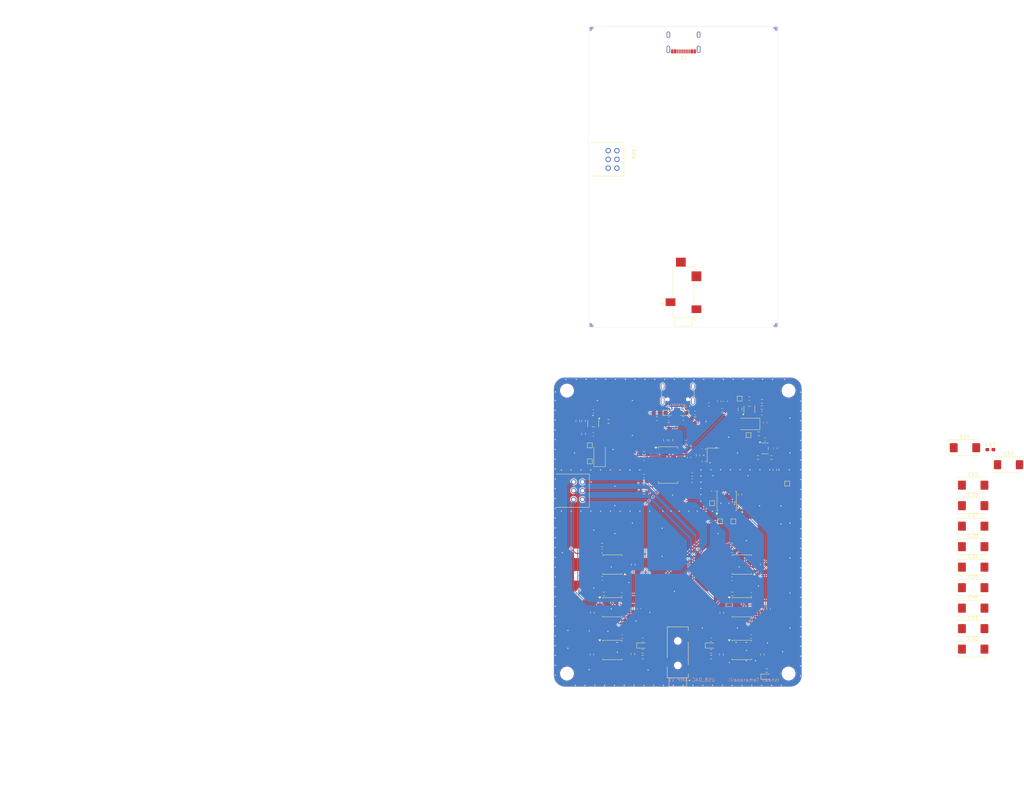
<source format=kicad_pcb>
(kicad_pcb (version 20241229) (generator "pcbnew") (generator_version "9.0")
  (layers (0 "F.Cu" signal) (4 "In1.Cu" signal) (6 "In2.Cu" signal) (2 "B.Cu" signal) (13 "F.Paste" user) (15 "B.Paste" user) (5 "F.SilkS" user "F.Silkscreen") (7 "B.SilkS" user "B.Silkscreen") (1 "F.Mask" user) (3 "B.Mask" user) (25 "Edge.Cuts" user))
  (net 0 "")
  (net 1 "+16V")
  (net 2 "+3.7V")
  (net 3 "Net-(U7A-+)")
  (net 4 "Net-(C41-Pad2)")
  (net 5 "Net-(C40-Pad2)")
  (net 6 "Net-(C31-Pad2)")
  (net 7 "Net-(C30-Pad2)")
  (net 8 "GND")
  (net 9 "/VOUTL")
  (net 10 "/VOUTR")
  (net 11 "Net-(J1-CC2)")
  (net 12 "Net-(J1-CC1)")
  (net 13 "VDDI")
  (net 14 "+5V")
  (net 15 "Net-(U2-FB)")
  (net 16 "Net-(U3-EN)")
  (net 17 "Net-(U3-ADJ)")
  (net 18 "+16VA")
  (net 19 "+15V")
  (net 21 "/D+")
  (net 22 "/D-")
  (net 23 "Net-(C7-Pad1)")
  (net 24 "Net-(U5A-+)")
  (net 25 "+15VA")
  (net 26 "Net-(U5B-+)")
  (net 27 "Net-(U9B--)")
  (net 28 "Net-(D6-A2)")
  (net 29 "Net-(U8A-+)")
  (net 30 "Net-(U8B-+)")
  (net 31 "Net-(U10B--)")
  (net 32 "Net-(F1-Pad1)")
  (net 33 "Net-(C35-Pad2)")
  (net 34 "Net-(C45-Pad2)")
  (net 41 "VBL")
  (net 42 "VREF")
  (net 43 "Net-(U5A--)")
  (net 44 "Net-(U9A-+)")
  (net 45 "Net-(U9A--)")
  (net 46 "Net-(C35-Pad1)")
  (net 47 "Net-(U7A--)")
  (net 48 "Net-(U7B--)")
  (net 49 "Net-(U8A--)")
  (net 50 "Net-(U10A-+)")
  (net 51 "Net-(U10A--)")
  (net 52 "Net-(C45-Pad1)")
  (net 53 "Net-(U5B--)")
  (net 54 "Net-(U8B--)")
  (net 55 "VBR")
  (net 58 "Net-(U11B--)")
  (net 59 "Net-(U11A--)")
  (net 60 "Net-(U10B-+)")
  (net 61 "Net-(U9B-+)")
  (net 62 "Net-(D3-K)")
  (net 63 "Net-(D7-A2)")
  (net 64 "Net-(U4-ADJ)")
  (net 65 "Net-(U1-XTI)")
  (net 66 "Net-(U1-D-)")
  (net 67 "Net-(U1-VCOM)")
  (net 68 "Net-(U1-VBUS)")
  (net 70 "Net-(U1-VCCXI)")
  (net 72 "Net-(U1-VINL)")
  (net 73 "Net-(U1-VCCP1I)")
  (net 74 "Net-(U1-D+)")
  (net 75 "Net-(U1-VCCP2I)")
  (net 77 "Net-(U1-XTO)")
  (net 78 "Net-(U1-VINR)")
  (net 79 "Net-(U11A-+)")
  (net 80 "Net-(D5-K)")
  (net 81 "Net-(D4-A)")
  (net 82 "Net-(C28-Pad2)")
  (net 83 "Net-(C46-Pad2)")
  (net 84 "Net-(C33-Pad2)")
  (footprint "Resistor_SMD:R_0603_1608Metric_Pad0.98x0.95mm_HandSolder" (layer "F.Cu") (at 123.317 81.186)
    (property "Reference" "R20" (hide yes))
    (property "Value" "1.5k")
  )
  (footprint "Capacitor_SMD:C_0603_1608Metric_Pad1.08x0.95mm_HandSolder" (layer "F.Cu") (at 121.92 114.427 90)
    (property "Reference" "C33" (hide yes))
    (property "Value" "30p")
  )
  (footprint "Capacitor_SMD:C_0603_1608Metric_Pad1.08x0.95mm_HandSolder" (layer "F.Cu") (at 153.9505 110.363 180)
    (property "Reference" "C42" (hide yes))
    (property "Value" "100n")
  )
  (footprint "Capacitor_SMD:C_0603_1608Metric_Pad1.08x0.95mm_HandSolder" (layer "F.Cu") (at 153.924 122.428 180)
    (property "Reference" "C44" (hide yes))
    (property "Value" "100n")
  )
  (footprint "Resistor_SMD:R_0603_1608Metric_Pad0.98x0.95mm_HandSolder" (layer "F.Cu") (at 122.936 126.619)
    (property "Reference" "FB4" (hide yes))
    (property "Value" "120R")
  )
  (footprint "Resistor_SMD:R_0603_1608Metric_Pad0.98x0.95mm_HandSolder" (layer "F.Cu") (at 159.6875 71.313 180)
    (property "Reference" "R10" (hide yes))
    (property "Value" "240K")
  )
  (footprint "Capacitor_SMD:C_0603_1608Metric_Pad1.08x0.95mm_HandSolder" (layer "F.Cu") (at 116.967 110.363 180)
    (property "Reference" "C32" (hide yes))
    (property "Value" "100n")
  )
  (footprint "Capacitor_Tantalum_SMD:CP_EIA-7343-43_Kemet-X_HandSolder" (layer "F.Cu") (at 217.3 114.3)
    (property "Reference" "C40")
    (property "Value" "100u")
  )
  (footprint "Capacitor_Tantalum_SMD:CP_EIA-7343-43_Kemet-X_HandSolder" (layer "F.Cu") (at 217.3 85.05)
    (property "Reference" "C25")
    (property "Value" "100u")
  )
  (footprint "Crystal:Crystal_SMD_3225-4Pin_3.2x2.5mm" (layer "F.Cu") (at 143.058 70.668 -90)
    (property "Reference" "Y3" (hide yes))
    (property "Value" "12 MHz Crystal")
  )
  (footprint "Capacitor_Tantalum_SMD:CP_EIA-7343-43_Kemet-X_HandSolder" (layer "F.Cu") (at 217.3 90.9)
    (property "Reference" "C27")
    (property "Value" "100u")
  )
  (footprint "TestPoint:TestPoint_Pad_1.0x1.0mm" (layer "F.Cu") (at 142.748 84.328 -90)
    (property "Reference" "TP8" (hide yes))
    (property "Value" "VBR")
  )
  (footprint "Capacitor_SMD:C_0603_1608Metric_Pad1.08x0.95mm_HandSolder" (layer "F.Cu") (at 146.558 55.2715 90)
    (property "Reference" "C8" (hide yes))
    (property "Value" "1u")
  )
  (footprint "Imported_footprints:TRIM_PTN092-H20115K1A" (layer "F.Cu") (at 113.1 -13.8 -90)
    (property "Reference" "R21")
    (property "Value" "PTN092-H20115K1A")
  )
  (footprint "Capacitor_Tantalum_SMD:CP_EIA-7343-43_Kemet-X_HandSolder" (layer "F.Cu") (at 217.3 108.45)
    (property "Reference" "C35")
    (property "Value" "1000u")
  )
  (footprint "Resistor_SMD:R_0603_1608Metric_Pad0.98x0.95mm_HandSolder" (layer "F.Cu") (at 150.749 85.4395 -90)
    (property "Reference" "R25" (hide yes))
    (property "Value" "22K")
  )
  (footprint "Resistor_SMD:R_0603_1608Metric_Pad0.98x0.95mm_HandSolder" (layer "F.Cu") (at 145.415 127.508 90)
    (property "Reference" "R41" (hide yes))
    (property "Value" "1")
  )
  (footprint "Capacitor_SMD:C_0603_1608Metric_Pad1.08x0.95mm_HandSolder" (layer "F.Cu") (at 127.006822 58.562)
    (property "Reference" "C2" (hide yes))
    (property "Value" "30p")
  )
  (footprint "Capacitor_SMD:C_0603_1608Metric_Pad1.08x0.95mm_HandSolder" (layer "F.Cu") (at 137.089 77.907)
    (property "Reference" "C20" (hide yes))
    (property "Value" "1u")
  )
  (footprint "Resistor_SMD:R_0603_1608Metric_Pad0.98x0.95mm_HandSolder" (layer "F.Cu") (at 130.4055 61.849)
    (property "Reference" "R16" (hide yes))
    (property "Value" "1.5K")
  )
  (footprint "MountingHole:MountingHole_3.5mm" (layer "F.Cu") (at 101.346 132.969)
    (property "Reference" "H1" (hide yes))
    (property "Value" "MountingHole")
  )
  (footprint "Imported_footprints:SJ-3524-SMT" (layer "F.Cu") (at 132.969 130.6625 90)
    (property "Reference" "J2" (hide yes))
    (property "Value" "SJ-3524-SMT")
  )
  (footprint "Package_TO_SOT_SMD:SOT-23-5" (layer "F.Cu") (at 157.8915 68.707)
    (property "Reference" "U4" (hide yes))
    (property "Value" "SPX3819M5-L")
  )
  (footprint "Resistor_SMD:R_0603_1608Metric_Pad0.98x0.95mm_HandSolder" (layer "F.Cu") (at 158.884 114.554 -90)
    (property "Reference" "R40" (hide yes))
    (property "Value" "5.1K")
  )
  (footprint "Capacitor_SMD:C_0603_1608Metric_Pad1.08x0.95mm_HandSolder" (layer "F.Cu") (at 123.317 71.628 180)
    (property "Reference" "C17" (hide yes))
    (property "Value" "1u")
  )
  (footprint "Package_SO:SOIC-8_5.3x5.3mm_P1.27mm" (layer "F.Cu") (at 146.939 83.693 90)
    (property "Reference" "U6" (hide yes))
    (property "Value" "NE5532")
  )
  (footprint "Capacitor_SMD:C_0603_1608Metric_Pad1.08x0.95mm_HandSolder" (layer "F.Cu") (at 143.129 80.8675 -90)
    (property "Reference" "C26" (hide yes))
    (property "Value" "100n")
  )
  (footprint "TestPoint:TestPoint_Pad_1.0x1.0mm" (layer "F.Cu") (at 145.034 89.535 -90)
    (property "Reference" "TP7" (hide yes))
    (property "Value" "VBL")
  )
  (footprint "TestPoint:TestPoint_Pad_1.0x1.0mm" (layer "F.Cu") (at 107.877999 67.8345 -90)
    (property "Reference" "TP3" (hide yes))
    (property "Value" "+3.7V")
  )
  (footprint "Capacitor_SMD:C_0603_1608Metric_Pad1.08x0.95mm_HandSolder" (layer "F.Cu") (at 137.928822 58.562 180)
    (property "Reference" "C3" (hide yes))
    (property "Value" "30p")
  )
  (footprint "Inductor_SMD:L_0805_2012Metric_Pad1.05x1.20mm_HandSolder" (layer "F.Cu") (at 150.749 57.531 -90)
    (property "Reference" "L1" (hide yes))
    (property "Value" "10u")
  )
  (footprint "Resistor_SMD:R_0603_1608Metric_Pad0.98x0.95mm_HandSolder" (layer "F.Cu") (at 123.317 70.104)
    (property "Reference" "R17" (hide yes))
    (property "Value" "1")
  )
  (footprint "Resistor_SMD:R_0603_1608Metric_Pad0.98x0.95mm_HandSolder" (layer "F.Cu") (at 111.887 110.236 180)
    (property "Reference" "R28" (hide yes))
    (property "Value" "1.5K")
  )
  (footprint "LED_SMD:LED_0603_1608Metric_Pad1.05x0.95mm_HandSolder" (layer "F.Cu") (at 158.369 133.858)
    (property "Reference" "D3" (hide yes))
    (property "Value" "LED")
  )
  (footprint "Imported_footprints:TRIM_PTN092-H20115K1A" (layer "F.Cu") (at 103.251 80.772 -90)
    (property "Reference" "R3" (hide yes))
    (property "Value" "PTN092-H20115K1A")
  )
  (footprint "TestPoint:TestPoint_Pad_1.0x1.0mm" (layer "F.Cu") (at 148.844 89.535 -90)
    (property "Reference" "TP5" (hide yes))
    (property "Value" "VREF")
  )
  (footprint "Resistor_SMD:R_0603_1608Metric_Pad0.98x0.95mm_HandSolder" (layer "F.Cu") (at 142.494 126.619)
    (property "Reference" "FB5" (hide yes))
    (property "Value" "120R")
  )
  (footprint "Capacitor_SMD:C_0603_1608Metric_Pad1.08x0.95mm_HandSolder" (layer "F.Cu") (at 136.2 71.303 90)
    (property "Reference" "C22" (hide yes))
    (property "Value" "1u")
  )
  (footprint "Resistor_SMD:R_0603_1608Metric_Pad0.98x0.95mm_HandSolder" (layer "F.Cu") (at 156.083 64.516 180)
    (property "Reference" "FB2" (hide yes))
    (property "Value" "120R")
  )
  (footprint "Imported_footprints:SJ-3524-SMT" (layer "F.Cu") (at 134.6 27.8625 90)
    (property "Reference" "J2")
    (property "Value" "SJ-3524-SMT")
  )
  (footprint "Capacitor_SMD:C_0603_1608Metric_Pad1.08x0.95mm_HandSolder" (layer "F.Cu") (at 137.089 76.129)
    (property "Reference" "C21" (hide yes))
    (property "Value" "1u")
  )
  (footprint "Resistor_SMD:R_0603_1608Metric_Pad0.98x0.95mm_HandSolder" (layer "F.Cu") (at 123.317 79.662)
    (property "Reference" "R21" (hide yes))
    (property "Value" "1.5k")
  )
  (footprint "Package_TO_SOT_SMD:SOT-23-5" (layer "F.Cu") (at 153.416 57.531 90)
    (property "Reference" "U2" (hide yes))
    (property "Value" "TPS61040DBV")
  )
  (footprint "Resistor_SMD:R_0603_1608Metric_Pad0.98x0.95mm_HandSolder" (layer "F.Cu") (at 158.369 132.08)
    (property "Reference" "R13" (hide yes))
    (property "Value" "1.5K")
  )
  (footprint "Capacitor_SMD:C_0603_1608Metric_Pad1.08x0.95mm_HandSolder" (layer "F.Cu") (at 108.888999 64.6595 180)
    (property "Reference" "C11" (hide yes))
    (property "Value" "10u")
  )
  (footprint "Capacitor_SMD:C_0603_1608Metric_Pad1.08x0.95mm_HandSolder" (layer "F.Cu") (at 136.2 67.747 90)
    (property "Reference" "C16" (hide yes))
    (property "Value" "1u")
  )
  (footprint "Capacitor_SMD:C_0603_1608Metric_Pad1.08x0.95mm_HandSolder" (layer "F.Cu") (at 148.463 97.917 180)
    (property "Reference" "C39" (hide yes))
    (property "Value" "2.2n")
  )
  (footprint "Resistor_SMD:R_0603_1608Metric_Pad0.98x0.95mm_HandSolder" (layer "F.Cu") (at 106.094999 64.5325 90)
    (property "Reference" "R7" (hide yes))
    (property "Value" "22K")
  )
  (footprint "Resistor_SMD:R_0603_1608Metric_Pad0.98x0.95mm_HandSolder" (layer "F.Cu") (at 120.142 127.381 90)
    (property "Reference" "R32" (hide yes))
    (property "Value" "1")
  )
  (footprint "Resistor_SMD:R_0603_1608Metric_Pad0.98x0.95mm_HandSolder" (layer "F.Cu") (at 157.099 127.508 90)
    (property "Reference" "R42" (hide yes))
    (property "Value" "1")
  )
  (footprint "Diode_SMD:D_0603_1608Metric_Pad1.05x0.95mm_HandSolder" (layer "F.Cu") (at 134.499822 58.562 180)
    (property "Reference" "D2" (hide yes))
    (property "Value" "0603ESDA-18N")
  )
  (footprint "Package_SO:SOIC-8_5.3x5.3mm_P1.27mm" (layer "F.Cu") (at 151.257 101.854 180)
    (property "Reference" "U8" (hide yes))
    (property "Value" "NE5532")
  )
  (footprint "Package_SO:SOIC-8_5.3x5.3mm_P1.27mm" (layer "F.Cu") (at 114.3 101.854 180)
    (property "Reference" "U5" (hide yes))
    (property "Value" "NE5532")
  )
  (footprint "Resistor_SMD:R_0603_1608Metric_Pad0.98x0.95mm_HandSolder" (layer "F.Cu") (at 155.854 71.313 180)
    (property "Reference" "R11" (hide yes))
    (property "Value" "22K")
  )
  (footprint "Resistor_SMD:R_0603_1608Metric_Pad0.98x0.95mm_HandSolder" (layer "F.Cu") (at 148.463 96.266)
    (property "Reference" "R26" (hide yes))
    (property "Value" "1.5K")
  )
  (footprint "Diode_SMD:D_0603_1608Metric_Pad1.05x0.95mm_HandSolder" (layer "F.Cu") (at 122.936 124.968)
    (property "Reference" "D6" (hide yes))
    (property "Value" "D_TVS")
  )
  (footprint "Capacitor_SMD:C_0603_1608Metric_Pad1.08x0.95mm_HandSolder" (layer "F.Cu") (at 222.2 69.05)
    (property "Reference" "C47")
    (property "Value" "100n")
  )
  (footprint "Connector_USB:USB_C_Receptacle_GCT_USB4105-xx-A_16P_TopMnt_Horizontal" (layer "F.Cu") (at 134.6 -48.3 180)
    (property "Reference" "J1")
    (property "Value" "USB_C_Receptacle")
  )
  (footprint "Resistor_SMD:R_0603_1608Metric_Pad0.98x0.95mm_HandSolder" (layer "F.Cu") (at 120.269 101.854 90)
    (property "Reference" "R23" (hide yes))
    (property "Value" "22K")
  )
  (footprint "Capacitor_SMD:C_0603_1608Metric_Pad1.08x0.95mm_HandSolder" (layer "F.Cu") (at 123.317 76.581 180)
    (property "Reference" "C18" (hide yes))
    (property "Value" "1u")
  )
  (footprint "Resistor_SMD:R_0603_1608Metric_Pad0.98x0.95mm_HandSolder" (layer "F.Cu") (at 137.928822 60.213 180)
    (property "Reference" "R1" (hide yes))
    (property "Value" "5.1K")
  )
  (footprint "Capacitor_SMD:C_0603_1608Metric_Pad1.08x0.95mm_HandSolder" (layer "F.Cu") (at 157.861 61.341 90)
    (property "Reference" "C9" (hide yes))
    (property "Value" "10u")
  )
  (footprint "Resistor_SMD:R_0603_1608Metric_Pad0.98x0.95mm_HandSolder" (layer "F.Cu") (at 130.993 66.35 -90)
    (property "Reference" "R15" (hide yes))
    (property "Value" "22")
  )
  (footprint "Diode_SMD:D_0603_1608Metric_Pad1.05x0.95mm_HandSolder" (layer "F.Cu") (at 142.494 124.968)
    (property "Reference" "D7" (hide yes))
    (property "Value" "D_TVS")
  )
  (footprint "Diode_SMD:D_SMA" (layer "F.Cu") (at 110.671999 70.3745 90)
    (property "Reference" "D5" (hide yes))
    (property "Value" "SS14")
  )
  (footprint "Resistor_SMD:R_0603_1608Metric_Pad0.98x0.95mm_HandSolder" (layer "F.Cu") (at 108.585 115.57 -90)
    (property "Reference" "R27" (hide yes))
    (property "Value" "1.5K")
  )
  (footprint "Capacitor_SMD:C_0603_1608Metric_Pad1.08x0.95mm_HandSolder" (layer "F.Cu") (at 160.807 68.646 90)
    (property "Reference" "C13" (hide yes))
    (property "Value" "10u")
  )
  (footprint "Connector_USB:USB_C_Receptacle_GCT_USB4105-xx-A_16P_TopMnt_Horizontal" (layer "F.Cu") (at 132.975822 52.085 180)
    (property "Reference" "J1" (hide yes))
    (property "Value" "USB_C_Receptacle")
  )
  (footprint "Capacitor_SMD:C_0603_1608Metric_Pad1.08x0.95mm_HandSolder" (layer "F.Cu") (at 153.416 54.483)
    (property "Reference" "C1" (hide yes))
    (property "Value" "10u")
  )
  (footprint "Resistor_SMD:R_0603_1608Metric_Pad0.98x0.95mm_HandSolder" (layer "F.Cu") (at 104.443999 60.8495 90)
    (property "Reference" "R9" (hide yes))
    (property "Value" "22K")
  )
  (footprint "Capacitor_Tantalum_SMD:CP_EIA-7343-43_Kemet-X_HandSolder" (layer "F.Cu") (at 217.3 120.15)
    (property "Reference" "C41")
    (property "Value" "100u")
  )
  (footprint "Package_SO:SOIC-8_5.3x5.3mm_P1.27mm" (layer "F.Cu") (at 114.3 126.238)
    (property "Reference" "U7" (hide yes))
    (property "Value" "NE5532")
  )
  (footprint "Capacitor_Tantalum_SMD:CP_EIA-7343-43_Kemet-X_HandSolder" (layer "F.Cu") (at 217.3 79.2)
    (property "Reference" "C15")
    (property "Value" "1000u")
  )
  (footprint "Capacitor_SMD:C_0603_1608Metric_Pad1.08x0.95mm_HandSolder" (layer "F.Cu") (at 156.972 58.674 180)
    (property "Reference" "C6" (hide yes))
    (property "Value" "30p")
  )
  (footprint "Capacitor_SMD:C_0603_1608Metric_Pad1.08x0.95mm_HandSolder" (layer "F.Cu") (at 148.463 105.918)
    (property "Reference" "C38" (hide yes))
    (property "Value" "100n")
  )
  (footprint "Package_SO:SOIC-8_5.3x5.3mm_P1.27mm" (layer "F.Cu") (at 114.3 114.046)
    (property "Reference" "U9" (hide yes))
    (property "Value" "NE5532")
  )
  (footprint "MountingHole:MountingHole_3.5mm" (layer "F.Cu") (at 164.592 52.197)
    (property "Reference" "H3" (hide yes))
    (property "Value" "MountingHole")
  )
  (footprint "Diode_SMD:D_SMA" (layer "F.Cu") (at 152.908 61.722 180)
    (property "Reference" "D4" (hide yes))
    (property "Value" "SS14")
  )
  (footprint "Resistor_SMD:R_0603_1608Metric_Pad0.98x0.95mm_HandSolder" (layer "F.Cu") (at 108.458 127.508 -90)
    (property "Reference" "R31" (hide yes))
    (property "Value" "1")
  )
  (footprint "Package_SO:SOIC-8_5.3x5.3mm_P1.27mm" (layer "F.Cu") (at 151.257 114.046)
    (property "Reference" "U10" (hide yes))
    (property "Value" "NE5532")
  )
  (footprint "Resistor_SMD:R_0603_1608Metric_Pad0.98x0.95mm_HandSolder" (layer "F.Cu") (at 145.542 115.57 -90)
    (property "Reference" "R36" (hide yes))
    (property "Value" "1.5K")
  )
  (footprint "Diode_SMD:D_0603_1608Metric_Pad1.05x0.95mm_HandSolder" (layer "F.Cu") (at 130.435822 58.562)
    (property "Reference" "D1" (hide yes))
    (property "Value" "D_TVS")
  )
  (footprint "Capacitor_SMD:C_0603_1608Metric_Pad1.08x0.95mm_HandSolder" (layer "F.Cu") (at 140.391 68.89 -90)
    (property "Reference" "C24" (hide yes))
    (property "Value" "30p")
  )
  (footprint "MountingHole:MountingHole_3.5mm" (layer "F.Cu") (at 164.592 132.969)
    (property "Reference" "H2" (hide yes))
    (property "Value" "MountingHole")
  )
  (footprint "Package_SO:SOIC-8_5.3x5.3mm_P1.27mm" (layer "F.Cu") (at 151.257 126.238)
    (property "Reference" "U11" (hide yes))
    (property "Value" "NE5532")
  )
  (footprint "Capacitor_SMD:C_0603_1608Metric_Pad1.08x0.95mm_HandSolder" (layer "F.Cu") (at 111.379 97.917 180)
    (property "Reference" "C29" (hide yes))
    (property "Value" "2.2n")
  )
  (footprint "Capacitor_SMD:C_0603_1608Metric_Pad1.08x0.95mm_HandSolder" (layer "F.Cu") (at 140.391 72.446 90)
    (property "Reference" "C23" (hide yes))
    (property "Value" "30p")
  )
  (footprint "Resistor_SMD:R_0603_1608Metric_Pad0.98x0.95mm_HandSolder" (layer "F.Cu") (at 156.972 55.245)
    (property "Reference" "R6" (hide yes))
    (property "Value" "84.5K")
  )
  (footprint "Resistor_SMD:R_0603_1608Metric_Pad0.98x0.95mm_HandSolder" (layer "F.Cu") (at 127.006822 60.213)
    (property "Reference" "R2" (hide yes))
    (property "Value" "5.1K")
  )
  (footprint "TestPoint:TestPoint_Pad_1.0x1.0mm" (layer "F.Cu") (at 153.162 64.897 -90)
    (property "Reference" "TP2" (hide yes))
    (property "Value" "+16V")
  )
  (footprint "Capacitor_Tantalum_SMD:CP_EIA-7343-43_Kemet-X_HandSolder" (layer "F.Cu") (at 217.3 102.6)
    (property "Reference" "C31")
    (property "Value" "100u")
  )
  (footprint "Capacitor_SMD:C_0603_1608Metric_Pad1.08x0.95mm_HandSolder" (layer "F.Cu") (at 108.893999 58.1825 180)
    (property "Reference" "C10" (hide yes))
    (property "Value" "10u")
  )
  (footprint "Package_TO_SOT_SMD:SOT-23-5" (layer "F.Cu") (at 108.827999 61.617 -90)
    (property "Reference" "U3" (hide yes))
    (property "Value" "SPX3819M5-L")
  )
  (footprint "Capacitor_SMD:C_0603_1608Metric_Pad1.08x0.95mm_HandSolder" (layer "F.Cu") (at 122.936 123.317)
    (property "Reference" "C36" (hide yes))
    (property "Value" "30p")
  )
  (footprint "Resistor_SMD:R_0603_1608Metric_Pad0.98x0.95mm_HandSolder" (layer "F.Cu") (at 116.967 117.729 180)
    (property "Reference" "R29" (hide yes))
    (property "Value" "22K")
  )
  (footprint "TestPoint:TestPoint_Pad_1.0x1.0mm" (layer "F.Cu") (at 107.877999 72.4065 -90)
    (property "Reference" "TP6" (hide yes))
    (property "Value" "U1_VCCI")
  )
  (footprint "Capacitor_Tantalum_SMD:CP_EIA-7343-43_Kemet-X_HandSolder" (layer "F.Cu") (at 217.3 96.75)
    (property "Reference" "C30")
    (property "Value" "100u")
  )
  (footprint "Capacitor_SMD:C_0603_1608Metric_Pad1.08x0.95mm_HandSolder" (layer "F.Cu") (at 117.094 122.428 180)
    (property "Reference" "C34" (hide yes))
    (property "Value" "100n")
  )
  (footprint "Capacitor_SMD:C_0603_1608Metric_Pad1.08x0.95mm_HandSolder" (layer "F.Cu") (at 134.499822 60.213)
    (property "Reference" "C5" (hide yes))
    (property "Value" "30p")
  )
  (footprint "Capacitor_SMD:C_0603_1608Metric_Pad1.08x0.95mm_HandSolder" (layer "F.Cu") (at 111.379 105.791)
    (property "Reference" "C28" (hide yes))
    (property "Value" "100n")
  )
  (footprint "Capacitor_Tantalum_SMD:CP_EIA-7343-43_Kemet-X_HandSolder" (layer "F.Cu") (at 214.95 68.5)
    (property "Reference" "C14")
    (property "Value" "1000u")
  )
  (footprint "Resistor_SMD:R_0603_1608Metric_Pad0.98x0.95mm_HandSolder" (layer "F.Cu") (at 145.669 57.8115)
    (property "Reference" "FB1" (hide yes))
    (property "Value" "120R")
  )
  (footprint "Capacitor_Tantalum_SMD:CP_EIA-7343-15_Kemet-W" (layer "F.Cu") (at 227.375 73.35)
    (property "Reference" "C37")
    (property "Value" "100u")
  )
  (footprint "Resistor_SMD:R_0603_1608Metric_Pad0.98x0.95mm_HandSolder" (layer "F.Cu") (at 120.142 114.427 -90)
    (property "Reference" "R30" (hide yes))
    (property "Value" "5.1K")
  )
  (footprint "Resistor_SMD:R_0603_1608Metric_Pad0.98x0.95mm_HandSolder" (layer "F.Cu") (at 160.655 74.803 -90)
    (property "Reference" "R12" (hide yes))
    (property "Value" "20")
  )
  (footprint "Resistor_SMD:R_0603_1608Metric_Pad0.98x0.95mm_HandSolder" (layer "F.Cu") (at 122.936 128.27)
    (property "Reference" "R33" (hide yes))
    (property "Value" "1.5K")
  )
  (footprint "Package_SO:SSOP-28_5.3x10.2mm_P0.65mm" (layer "F.Cu") (at 130.231 73.462)
    (property "Reference" "U1" (hide yes))
    (property "Value" "PCM2900C")
  )
  (footprint "Resistor_SMD:R_0603_1608Metric_Pad0.98x0.95mm_HandSolder" (layer "F.Cu") (at 111.379 96.266 180)
    (property "Reference" "R35" (hide yes))
    (property "Value" "1.5K")
  )
  (footprint "Capacitor_Tantalum_SMD:CP_EIA-7343-43_Kemet-X_HandSolder" (layer "F.Cu") (at 217.3 126)
    (property "Reference" "C45")
    (property "Value" "1000u")
  )
  (footprint "Resistor_SMD:R_0603_1608Metric_Pad0.98x0.95mm_HandSolder" (layer "F.Cu") (at 150.749 81.8835 -90)
    (property "Reference" "R24" (hide yes))
    (property "Value" "22K")
  )
  (footprint "Resistor_SMD:R_0603_1608Metric_Pad0.98x0.95mm_HandSolder" (layer "F.Cu") (at 153.9005 117.729 180)
    (property "Reference" "R39" (hide yes))
    (property "Value" "22K")
  )
  (footprint "Capacitor_SMD:C_0603_1608Metric_Pad1.08x0.95mm_HandSolder" (layer "F.Cu") (at 144.78 55.2715 90)
    (property "Reference" "C7" (hide yes))
    (property "Value" "1u")
  )
  (footprint "Resistor_SMD:R_0603_1608Metric_Pad0.98x0.95mm_HandSolder" (layer "F.Cu") (at 157.099 101.854 90)
    (property "Reference" "R34" (hide yes))
    (property "Value" "22K")
  )
  (footprint "Capacitor_SMD:C_0603_1608Metric_Pad1.08x0.95mm_HandSolder" (layer "F.Cu") (at 123.317 78.138 180)
    (property "Reference" "C19" (hide yes))
    (property "Value" "10u")
  )
  (footprint "Capacitor_SMD:C_0603_1608Metric_Pad1.08x0.95mm_HandSolder" (layer "F.Cu") (at 157.099 114.554 90)
    (property "Reference" "C43" (hide yes))
    (property "Value" "30p")
  )
  (footprint "Resistor_SMD:R_0603_1608Metric_Pad0.98x0.95mm_HandSolder" (layer "F.Cu") (at 148.59 110.236 180)
    (property "Reference" "R38" (hide yes))
    (property "Value" "1.5K")
  )
  (footprint "Resistor_SMD:R_0603_1608Metric_Pad0.98x0.95mm_HandSolder" (layer "F.Cu") (at 113.211999 60.9765 180)
    (property "Reference" "FB3" (hide yes))
    (property "Value" "120R")
  )
  (footprint "Capacitor_SMD:C_0603_1608Metric_Pad1.08x0.95mm_HandSolder" (layer "F.Cu") (at 130.435822 60.213 180)
    (property "Reference" "C4" (hide yes))
    (property "Value" "30p")
  )
  (footprint "Resistor_SMD:R_0603_1608Metric_Pad0.98x0.95mm_HandSolder" (layer "F.Cu") (at 106.094999 60.8495 90)
    (property "Reference" "R8" (hide yes))
    (property "Value" "22K")
  )
  (footprint "Fuse:Fuse_0603_1608Metric_Pad1.05x0.95mm_HandSolder" (layer "F.Cu") (at 141.859 56.134)
    (property "Reference" "F1" (hide yes))
    (property "Value" "Polyfuse - 750mA")
  )
  (footprint "MountingHole:MountingHole_3.5mm" (layer "F.Cu") (at 101.346 52.197)
    (property "Reference" "H4" (hide yes))
    (property "Value" "MountingHole")
  )
  (footprint "Resistor_SMD:R_0603_1608Metric_Pad0.98x0.95mm_HandSolder" (layer "F.Cu") (at 129.469 66.35 -90)
    (property "Reference" "R14" (hide yes))
    (property "Value" "22")
  )
  (footprint "Resistor_SMD:R_0603_1608Metric_Pad0.98x0.95mm_HandSolder" (layer "F.Cu") (at 142.494 128.27)
    (property "Reference" "R43" (hide yes))
    (property "Value" "1.5K")
  )
  (footprint "Capacitor_SMD:C_0603_1608Metric_Pad1.08x0.95mm_HandSolder" (layer "F.Cu") (at 142.494 123.317)
    (property "Reference" "C46" (hide yes))
    (property "Value" "30p")
  )
  (footprint "TestPoint:TestPoint_Pad_1.0x1.0mm" (layer "F.Cu") (at 150.622 54.483 -90)
    (property "Reference" "TP1" (hide yes))
    (property "Value" "+5V")
  )
  (footprint "Resistor_SMD:R_0603_1608Metric_Pad0.98x0.95mm_HandSolder" (layer "F.Cu") (at 138.74 70.668 -90)
    (property "Reference" "R22" (hide yes))
    (property "Value" "1M")
  )
  (footprint "TestPoint:TestPoint_Pad_1.0x1.0mm" (layer "F.Cu") (at 164.211 78.74)
    (property "Reference" "TP4" (hide yes))
    (property "Value" "+15VA")
  )
  (footprint "Resistor_SMD:R_0603_1608Metric_Pad0.98x0.95mm_HandSolder" (layer "F.Cu") (at 156.972 57.023 180)
    (property "Reference" "R5" (hide yes))
    (property "Value" "1M")
  )
  (footprint "Capacitor_SMD:C_0603_1608Metric_Pad1.08x0.95mm_HandSolder" (layer "F.Cu") (at 157.861 66.167)
    (property "Reference" "C12" (hide yes))
    (property "Value" "10u")
  )
  (gr_line (start 97.622065 51.648064) (end 97.622065 133.517936) (stroke (width 0.05)) (layer "Edge.Cuts"))
  (gr_line (start 165.140936 48.473065) (end 100.797064 48.473064) (stroke (width 0.05)) (layer "Edge.Cuts"))
  (gr_arc (start 168.315936 133.517936) (mid 167.385989 135.762989) (end 165.140936 136.692936) (stroke (width 0.05)) (layer "Edge.Cuts"))
  (gr_line (start 100.797064 136.692936) (end 165.140936 136.692936) (stroke (width 0.05)) (layer "Edge.Cuts"))
  (gr_arc (start 100.797064 136.692936) (mid 98.552 135.763) (end 97.622064 133.517936) (stroke (width 0.05)) (layer "Edge.Cuts"))
  (gr_line (start 168.315936 133.5179) (end 168.315936 51.648064) (stroke (width 0.05)) (layer "Edge.Cuts"))
  (gr_arc (start 165.140936 48.473064) (mid 167.386 49.403) (end 168.315936 51.648064) (stroke (width 0.05)) (layer "Edge.Cuts"))
  (gr_rect (start 107.6 -51.8) (end 161.6 34.2) (stroke (width 0.05)) (fill no) (layer "Edge.Cuts"))
  (gr_arc (start 97.622064 51.648064) (mid 98.552 49.403) (end 100.797064 48.473064) (stroke (width 0.05)) (layer "Edge.Cuts"))
  (gr_text "Ishaan Tamarapalli     USB_DAC-AMP V1" (at 161.95 135.35 0) (layer "B.SilkS") (effects (font (size 1 1) (thickness 0.1)) (justify left bottom mirror)))
  (segment (start 153.162 64.897) (end 153.416 64.643) (width 0.25) (layer "F.Cu") (net 1))
  (segment (start 157.8345 58.674) (end 157.8345 58.7955) (width 0.5) (layer "F.Cu") (net 1))
  (segment (start 155.416 62.23) (end 157.8345 62.23) (width 0.5) (layer "F.Cu") (net 1))
  (segment (start 157.8345 58.7955) (end 154.908 61.722) (width 0.5) (layer "F.Cu") (net 1))
  (segment (start 155.1705 64.516) (end 155.1705 61.9845) (width 0.5) (layer "F.Cu") (net 1))
  (segment (start 157.8345 62.23) (end 157.861 62.2035) (width 0.5) (layer "F.Cu") (net 1))
  (segment (start 157.8845 58.624) (end 157.8345 58.674) (width 0.5) (layer "F.Cu") (net 1))
  (segment (start 155.0435 64.643) (end 155.1705 64.516) (width 0.25) (layer "F.Cu") (net 1))
  (segment (start 157.8845 57.023) (end 157.8845 58.624) (width 0.5) (layer "F.Cu") (net 1))
  (segment (start 154.908 61.722) (end 155.416 62.23) (width 0.5) (layer "F.Cu") (net 1))
  (segment (start 153.416 64.643) (end 155.0435 64.643) (width 0.25) (layer "F.Cu") (net 1))
  (segment (start 155.1705 61.9845) (end 154.908 61.722) (width 0.5) (layer "F.Cu") (net 1))
  (segment (start 109.777999 64.633) (end 109.751499 64.6595) (width 0.4) (layer "F.Cu") (net 2))
  (segment (start 106.094999 65.445) (end 106.094999 67.0675) (width 0.25) (layer "F.Cu") (net 2))
  (segment (start 109.751499 67.454) (end 110.671999 68.3745) (width 0.4) (layer "F.Cu") (net 2))
  (segment (start 109.751499 67.1995) (end 109.751499 67.454) (width 0.4) (layer "F.Cu") (net 2))
  (segment (start 109.751499 64.6595) (end 109.751499 67.1995) (width 0.4) (layer "F.Cu") (net 2))
  (segment (start 109.116499 67.8345) (end 109.751499 67.1995) (width 0.25) (layer "F.Cu") (net 2))
  (segment (start 106.861999 67.8345) (end 107.877999 67.8345) (width 0.25) (layer "F.Cu") (net 2))
  (segment (start 106.094999 67.0675) (end 106.861999 67.8345) (width 0.25) (layer "F.Cu") (net 2))
  (segment (start 107.877999 67.8345) (end 109.116499 67.8345) (width 0.25) (layer "F.Cu") (net 2))
  (segment (start 109.777999 62.7545) (end 109.777999 64.633) (width 0.4) (layer "F.Cu") (net 2))
  (segment (start 121.87 113.5145) (end 121.92 113.5645) (width 0.25) (layer "F.Cu") (net 3))
  (segment (start 113.665 121.539) (end 114.681 120.523) (width 0.25) (layer "F.Cu") (net 3))
  (segment (start 117.8875 128.143) (end 114.935 128.143) (width 0.25) (layer "F.Cu") (net 3))
  (segment (start 113.665 126.873) (end 113.665 121.539) (width 0.25) (layer "F.Cu") (net 3))
  (segment (start 122.7085 113.5645) (end 121.92 113.5645) (width 0.25) (layer "F.Cu") (net 3))
  (segment (start 117.8875 113.411) (end 116.84 113.411) (width 0.25) (layer "F.Cu") (net 3))
  (segment (start 117.8875 113.411) (end 120.0385 113.411) (width 0.25) (layer "F.Cu") (net 3))
  (segment (start 116.84 113.411) (end 116.459 113.03) (width 0.25) (layer "F.Cu") (net 3))
  (segment (start 114.681 120.523) (end 122.047 120.523) (width 0.25) (layer "F.Cu") (net 3))
  (segment (start 113.7285 126.9365) (end 113.665 126.873) (width 0.25) (layer "F.Cu") (net 3))
  (segment (start 123.317 119.253) (end 123.317 114.173) (width 0.25) (layer "F.Cu") (net 3))
  (segment (start 120.142 113.5145) (end 121.87 113.5145) (width 0.25) (layer "F.Cu") (net 3))
  (segment (start 114.935 128.143) (end 113.7285 126.9365) (width 0.25) (layer "F.Cu") (net 3))
  (segment (start 123.317 114.173) (end 122.7085 113.5645) (width 0.25) (layer "F.Cu") (net 3))
  (segment (start 120.0385 113.411) (end 120.142 113.5145) (width 0.25) (layer "F.Cu") (net 3))
  (segment (start 122.047 120.523) (end 123.317 119.253) (width 0.25) (layer "F.Cu") (net 3))
  (segment (start 113.665 126.873) (end 110.7125 126.873) (width 0.25) (layer "F.Cu") (net 3))
  (via (at 116.459 113.03) (size 0.6) (drill 0.3) (layers "F.Cu" "B.Cu") (net 3))
  (segment (start 103.251 109.093) (end 103.251 83.272) (width 0.25) (layer "B.Cu") (net 3))
  (segment (start 107.188 113.03) (end 103.251 109.093) (width 0.25) (layer "B.Cu") (net 3))
  (segment (start 116.459 113.03) (end 107.188 113.03) (width 0.25) (layer "B.Cu") (net 3))
  (segment (start 137.414 106.5205) (end 137.414 98.933) (width 0.25) (layer "F.Cu") (net 4))
  (segment (start 141.732 110.8385) (end 137.414 106.5205) (width 0.25) (layer "F.Cu") (net 4))
  (via (at 137.414 98.933) (size 0.6) (drill 0.3) (layers "F.Cu" "B.Cu") (net 4))
  (segment (start 137.414 98.933) (end 137.414 94.107) (width 0.25) (layer "B.Cu") (net 4))
  (segment (start 124.079 80.772) (end 105.751 80.772) (width 0.25) (layer "B.Cu") (net 4))
  (segment (start 137.414 94.107) (end 124.079 80.772) (width 0.25) (layer "B.Cu") (net 4))
  (segment (start 139.9215 98.6465) (end 138.686558 97.411558) (width 0.25) (layer "F.Cu") (net 5))
  (segment (start 141.732 98.6465) (end 139.9215 98.6465) (width 0.25) (layer "F.Cu") (net 5))
  (via (at 138.686558 97.411558) (size 0.6) (drill 0.3) (layers "F.Cu" "B.Cu") (net 5))
  (segment (start 138.686558 92.966558) (end 123.992 78.272) (width 0.25) (layer "B.Cu") (net 5))
  (segment (start 138.686558 97.411558) (end 138.686558 92.966558) (width 0.25) (layer "B.Cu") (net 5))
  (segment (start 123.992 78.272) (end 105.751 78.272) (width 0.25) (layer "B.Cu") (net 5))
  (segment (start 104.775 110.7115) (end 104.775 109.093) (width 0.25) (layer "F.Cu") (net 6))
  (via (at 104.775 109.093) (size 0.6) (drill 0.3) (layers "F.Cu" "B.Cu") (net 6))
  (segment (start 104.394 81.915) (end 103.251 80.772) (width 0.25) (layer "B.Cu") (net 6))
  (segment (start 104.394 108.712) (end 104.394 81.915) (width 0.25) (layer "B.Cu") (net 6))
  (segment (start 104.775 109.093) (end 104.394 108.712) (width 0.25) (layer "B.Cu") (net 6))
  (segment (start 103.8535 98.6465) (end 102.489 97.282) (width 0.25) (layer "F.Cu") (net 7))
  (segment (start 104.775 98.6465) (end 103.8535 98.6465) (width 0.25) (layer "F.Cu") (net 7))
  (via (at 102.489 97.282) (size 0.6) (drill 0.3) (layers "F.Cu" "B.Cu") (net 7))
  (segment (start 101.854 96.647) (end 101.854 79.669) (width 0.25) (layer "B.Cu") (net 7))
  (segment (start 101.854 79.669) (end 103.251 78.272) (width 0.25) (layer "B.Cu") (net 7))
  (segment (start 102.489 97.282) (end 101.854 96.647) (width 0.25) (layer "B.Cu") (net 7))
  (segment (start 160.655 85.1225) (end 162.4005 85.1225) (width 0.5) (layer "F.Cu") (net 8))
  (segment (start 154.559 85.1225) (end 156.3045 85.1225) (width 0.5) (layer "F.Cu") (net 8))
  (segment (start 142.208 71.768) (end 142.208 72.7615) (width 0.4) (layer "F.Cu") (net 8))
  (segment (start 162.4005 85.1225) (end 162.433 85.09) (width 0.5) (layer "F.Cu") (net 8))
  (segment (start 129.775822 56.660178) (end 129.667 56.769) (width 0.4) (layer "F.Cu") (net 8))
  (segment (start 108.827999 60.4795) (end 108.827999 59.3865) (width 0.25) (layer "F.Cu") (net 8))
  (segment (start 136.175822 55.765) (end 136.175822 56.419822) (width 0.5) (layer "F.Cu") (net 8))
  (segment (start 160.8145 90.297) (end 162.433 90.297) (width 0.5) (layer "F.Cu") (net 8))
  (segment (start 156.3045 85.1225) (end 156.337 85.09) (width 0.5) (layer "F.Cu") (net 8))
  (segment (start 143.908 69.568) (end 143.908 68.5215) (width 0.4) (layer "F.Cu") (net 8))
  (segment (start 136.175822 56.419822) (end 136.398 56.642) (width 0.5) (layer "F.Cu") (net 8))
  (segment (start 142.208 72.7615) (end 142.169 72.8005) (width 0.4) (layer "F.Cu") (net 8))
  (segment (start 108.827999 59.3865) (end 108.766999 59.3255) (width 0.25) (layer "F.Cu") (net 8))
  (segment (start 143.908 68.5215) (end 143.947 68.4825) (width 0.4) (layer "F.Cu") (net 8))
  (segment (start 129.775822 55.765) (end 129.775822 56.660178) (width 0.4) (layer "F.Cu") (net 8))
  (via (at 110 55) (size 0.6) (drill 0.3) (layers "F.Cu" "B.Cu") (net 8))
  (via (at 98 99.8) (size 0.6) (drill 0.3) (layers "F.Cu" "B.Cu") (net 8))
  (via (at 142.4 74.8) (size 0.6) (drill 0.3) (layers "F.Cu" "B.Cu") (net 8))
  (via (at 146 49) (size 0.6) (drill 0.3) (layers "F.Cu" "B.Cu") (net 8))
  (via (at 138.55 86.6) (size 0.6) (drill 0.3) (layers "F.Cu" "B.Cu") (net 8))
  (via (at 168 119.6) (size 0.6) (drill 0.3) (layers "F.Cu" "B.Cu") (net 8))
  (via (at 168 97.2) (size 0.6) (drill 0.3) (layers "F.Cu" "B.Cu") (net 8))
  (via (at 162.433 85.09) (size 0.6) (drill 0.3) (layers "F.Cu" "B.Cu") (net 8))
  (via (at 160.6 33.7) (size 0.6) (drill 0.3) (layers "F.Cu" "B.Cu") (net 8))
  (via (at 143 76.5) (size 0.6) (drill 0.3) (layers "F.Cu" "B.Cu") (net 8))
  (via (at 164.8 74.8) (size 0.6) (drill 0.3) (layers "F.Cu" "B.Cu") (net 8))
  (via (at 112.4 49) (size 0.6) (drill 0.3) (layers "F.Cu" "B.Cu") (net 8))
  (via (at 168 58) (size 0.6) (drill 0.3) (layers "F.Cu" "B.Cu") (net 8))
  (via (at 150 70) (size 0.6) (drill 0.3) (layers "F.Cu" "B.Cu") (net 8))
  (via (at 110.95 86.6) (size 0.6) (drill 0.3) (layers "F.Cu" "B.Cu") (net 8))
  (via (at 105.35 86.6) (size 0.6) (drill 0.3) (layers "F.Cu" "B.Cu") (net 8))
  (via (at 156 108) (size 0.6) (drill 0.3) (layers "F.Cu" "B.Cu") (net 8))
  (via (at 165 60) (size 0.6) (drill 0.3) (layers "F.Cu" "B.Cu") (net 8))
  (via (at 98 88.6) (size 0.6) (drill 0.3) (layers "F.Cu" "B.Cu") (net 8))
  (via (at 108.6 -51.3) (size 0.6) (drill 0.3) (layers "F.Cu" "B.Cu") (net 8))
  (via (at 165 120) (size 0.6) (drill 0.3) (layers "F.Cu" "B.Cu") (net 8))
  (via (at 129.667 56.769) (size 0.6) (drill 0.3) (layers "F.Cu" "B.Cu") (net 8))
  (via (at 115 79.5) (size 0.6) (drill 0.3) (layers "F.Cu" "B.Cu") (net 8))
  (via (at 119.35 86.6) (size 0.6) (drill 0.3) (layers "F.Cu" "B.Cu") (net 8))
  (via (at 101.6 120.65) (size 0.6) (drill 0.3) (layers "F.Cu" "B.Cu") (net 8))
  (via (at 168 133.6) (size 0.6) (drill 0.3) (layers "F.Cu" "B.Cu") (net 8))
  (via (at 123.3 136.325) (size 0.6) (drill 0.3) (layers "F.Cu" "B.Cu") (net 8))
  (via (at 168 88.8) (size 0.6) (drill 0.3) (layers "F.Cu" "B.Cu") (net 8))
  (via (at 98 71.8) (size 0.6) (drill 0.3) (layers "F.Cu" "B.Cu") (net 8))
  (via (at 115.697 124.079) (size 0.6) (drill 0.3) (layers "F.Cu" "B.Cu") (net 8))
  (via (at 168 52.65) (size 0.6) (drill 0.3) (layers "F.Cu" "B.Cu") (net 8))
  (via (at 98 105.4) (size 0.6) (drill 0.3) (layers "F.Cu" "B.Cu") (net 8))
  (via (at 168 122.4) (size 0.6) (drill 0.3) (layers "F.Cu" "B.Cu") (net 8))
  (via (at 161.1 33.7) (size 0.6) (drill 0.3) (layers "F.Cu" "B.Cu") (net 8))
  (via (at 159.2 74.8) (size 0.6) (drill 0.3) (layers "F.Cu" "B.Cu") (net 8))
  (via (at 162.9 126.75) (size 0.6) (drill 0.3) (layers "F.Cu" "B.Cu") (net 8))
  (via (at 162.433 90.297) (size 0.6) (drill 0.3) (layers "F.Cu" "B.Cu") (net 8))
  (via (at 145.288 84.328) (size 0.6) (drill 0.3) (layers "F.Cu" "B.Cu") (net 8))
  (via (at 120 65) (size 0.6) (drill 0.3) (layers "F.Cu" "B.Cu") (net 8))
  (via (at 112.1 136.325) (size 0.6) (drill 0.3) (layers "F.Cu" "B.Cu") (net 8))
  (via (at 126.1 136.325) (size 0.6) (drill 0.3) (layers "F.Cu" "B.Cu") (net 8))
  (via (at 101.6 125.73) (size 0.6) (drill 0.3) (layers "F.Cu" "B.Cu") (net 8))
  (via (at 108.1 -51.3) (size 0.6) (drill 0.3) (layers "F.Cu" "B.Cu") (net 8))
  (via (at 147.574 81.788) (size 0.6) (drill 0.3) (layers "F.Cu" "B.Cu") (net 8))
  (via (at 139.55 83.8) (size 0.6) (drill 0.3) (layers "F.Cu" "B.Cu") (net 8))
  (via (at 168 63.6) (size 0.6) (drill 0.3) (layers "F.Cu" "B.Cu") (net 8))
  (via (at 132 49) (size 0.6) (drill 0.3) (layers "F.Cu" "B.Cu") (net 8))
  (via (at 114.9 136.325) (size 0.6) (drill 0.3) (layers "F.Cu" "B.Cu") (net 8))
  (via (at 152.527 126.365) (size 0.6) (drill 0.3) (layers "F.Cu" "B.Cu") (net 8))
  (via (at 104 49) (size 0.6) (drill 0.3) (layers "F.Cu" "B.Cu") (net 8))
  (via (at 152.5 95) (size 0.6) (drill 0.3) (layers "F.Cu" "B.Cu") (net 8))
  (via (at 150 120) (size 0.6) (drill 0.3) (layers "F.Cu" "B.Cu") (net 8))
  (via (at 108.766999 59.3255) (size 0.6) (drill 0.3) (layers "F.Cu" "B.Cu") (net 8))
  (via (at 161.1 -51.3) (size 0.6) (drill 0.3) (layers "F.Cu" "B.Cu") (net 8))
  (via (at 136.398 56.642) (size 0.6) (drill 0.3) (layers "F.Cu" "B.Cu") (net 8))
  (via (at 115 85) (size 0.6) (drill 0.3) (layers "F.Cu" "B.Cu") (net 8))
  (via (at 165 110) (size 0.6) (drill 0.3) (layers "F.Cu" "B.Cu") (net 8))
  (via (at 98 130.6) (size 0.6) (drill 0.3) (layers "F.Cu" "B.Cu") (net 8))
  (via (at 147.5 65.5) (size 0.6) (drill 0.3) (layers "F.Cu" "B.Cu") (net 8))
  (via (at 168 72) (size 0.6) (drill 0.3) (layers "F.Cu" "B.Cu") (net 8))
  (via (at 115 93) (size 0.6) (drill 0.3) (layers "F.Cu" "B.Cu") (net 8))
  (via (at 121 118) (size 0.6) (drill 0.3) (layers "F.Cu" "B.Cu") (net 8))
  (via (at 115.697 126.873) (size 0.6) (drill 0.3) (layers "F.Cu" "B.Cu") (net 8))
  (via (at 168 108.4) (size 0.6) (drill 0.3) (layers "F.Cu" "B.Cu") (net 8))
  (via (at 106.8 49) (size 0.6) (drill 0.3) (layers "F.Cu" "B.Cu") (net 8))
  (via (at 152.527 124.079) (size 0.6) (drill 0.3) (layers "F.Cu" "B.Cu") (net 8))
  (via (at 103.7 136.325) (size 0.6) (drill 0.3) (layers "F.Cu" "B.Cu") (net 8))
  (via (at 98 111) (size 0.6) (drill 0.3) (layers "F.Cu" "B.Cu") (net 8))
  (via (at 116.525 74.85) (size 0.6) (drill 0.3) (layers "F.Cu" "B.Cu") (net 8))
  (via (at 120 55) (size 0.6) (drill 0.3) (layers "F.Cu" "B.Cu") (net 8))
  (via (at 110.925 74.85) (size 0.6) (drill 0.3) (layers "F.Cu" "B.Cu") (net 8))
  (via (at 155.194 129.286) (size 0.6) (drill 0.3) (layers "F.Cu" "B.Cu") (net 8))
  (via (at 131.5 82) (size 0.6) (drill 0.3) (layers "F.Cu" "B.Cu") (net 8))
  (via (at 98 119.4) (size 0.6) (drill 0.3) (layers "F.Cu" "B.Cu") (net 8))
  (via (at 140.391 70.668) (size 0.6) (drill 0.3) (layers "F.Cu" "B.Cu") (net 8))
  (via (at 98 125) (size 0.6) (drill 0.3) (layers "F.Cu" "B.Cu") (net 8))
  (via (at 149.606 124.079) (size 0.6) (drill 0.3) (layers "F.Cu" "B.Cu") (net 8))
  (via (at 98 55) (size 0.6) (drill 0.3) (layers "F.Cu" "B.Cu") (net 8))
  (via (at 162.5 136.325) (size 0.6) (drill 0.3) (layers "F.Cu" "B.Cu") (net 8))
  (via (at 126.4 49) (size 0.6) (drill 0.3) (layers "F.Cu" "B.Cu") (net 8))
  (via (at 156.9 136.325) (size 0.6) (drill 0.3) (layers "F.Cu" "B.Cu") (net 8))
  (via (at 113.75 86.6) (size 0.6) (drill 0.3) (layers "F.Cu" "B.Cu") (net 8))
  (via (at 108.6 33.7) (size 0.6) (drill 0.3) (layers "F.Cu" "B.Cu") (net 8))
  (via (at 142.875 86.614) (size 0.6) (drill 0.3) (layers "F.Cu" "B.Cu") (net 8))
  (via (at 115.2 49) (size 0.6) (drill 0.3) (layers "F.Cu" "B.Cu") (net 8))
  (via (at 98 69) (size 0.6) (drill 0.3) (layers "F.Cu" "B.Cu") (net 8))
  (via (at 98 80.2) (size 0.6) (drill 0.3) (layers "F.Cu" "B.Cu") (net 8))
  (via (at 108.15 86.6) (size 0.6) (drill 0.3) (layers "F.Cu" "B.Cu") (net 8))
  (via (at 168 66.4) (size 0.6) (drill 0.3) (layers "F.Cu" "B.Cu") (net 8))
  (via (at 168 91.6) (size 0.6) (drill 0.3) (layers "F.Cu" "B.Cu") (net 8))
  (via (at 98 66.2) (size 0.6) (drill 0.3) (layers "F.Cu" "B.Cu") (net 8))
  (via (at 128.5 99.5) (size 0.6) (drill 0.3) (layers "F.Cu" "B.Cu") (net 8))
  (via (at 131.7 136.325) (size 0.6) (drill 0.3) (layers "F.Cu" "B.Cu") (net 8))
  (via (at 133.35 86.6) (size 0.6) (drill 0.3) (layers "F.Cu" "B.Cu") (net 8))
  (via (at 98 108.2) (size 0.6) (drill 0.3) (layers "F.Cu" "B.Cu") (net 8))
  (via (at 129.2 49) (size 0.6) (drill 0.3) (layers "F.Cu" "B.Cu") (net 8))
  (via (at 128.7 86.6) (size 0.6) (drill 0.3) (layers "F.Cu" "B.Cu") (net 8))
  (via (at 134.5 136.325) (size 0.6) (drill 0.3) (layers "F.Cu" "B.Cu") (net 8))
  (via (at 108.1 33.2) (size 0.6) (drill 0.3) (layers "F.Cu" "B.Cu") (net 8))
  (via (at 118 49) (size 0.6) (drill 0.3) (layers "F.Cu" "B.Cu") (net 8))
  (via (at 120 90) (size 0.6) (drill 0.3) (layers "F.Cu" "B.Cu") (net 8))
  (via (at 128.9 136.325) (size 0.6) (drill 0.3) (layers "F.Cu" "B.Cu") (net 8))
  (via (at 139.55 80.1) (size 0.6) (drill 0.3) (layers "F.Cu" "B.Cu") (net 8))
  (via (at 148 74.8) (size 0.6) (drill 0.3) (layers "F.Cu" "B.Cu") (net 8))
  (via (at 119.325 74.85) (size 0.6) (drill 0.3) (layers "F.Cu" "B.Cu") (net 8))
  (via (at 156.337 85.09) (size 0.6) (drill 0.3) (layers "F.Cu" "B.Cu") (net 8))
  (via (at 168 114) (size 0.6) (drill 0.3) (layers "F.Cu" "B.Cu") (net 8))
  (via (at 147.701 129.794) (size 0.6) (drill 0.3) (layers "F.Cu" "B.Cu") (net 8))
  (via (at 137.3 136.325) (size 0.6) (drill 0.3) (layers "F.Cu" "B.Cu") (net 8))
  (via (at 105.325 74.85) (size 0.6) (drill 0.3) (layers "F.Cu" "B.Cu") (net 8))
  (via (at 153.6 74.8) (size 0.6) (drill 0.3) (layers "F.Cu" "B.Cu") (net 8))
  (via (at 102.525 74.85) (size 0.6) (drill 0.3) (layers "F.Cu" "B.Cu") (net 8))
  (via (at 161.1 33.2) (size 0.6) (drill 0.3) (layers "F.Cu" "B.Cu") (net 8))
  (via (at 139.55 81.9) (size 0.6) (drill 0.3) (layers "F.Cu" "B.Cu") (net 8))
  (via (at 100 98.5) (size 0.6) (drill 0.3) (layers "F.Cu" "B.Cu") (net 8))
  (via (at 150.8 74.8) (size 0.6) (drill 0.3) (layers "F.Cu" "B.Cu") (net 8))
  (via (at 158.6 124.2) (size 0.6) (drill 0.3) (layers "F.Cu" "B.Cu") (net 8))
  (via (at 156.4 74.8) (size 0.6) (drill 0.3) (layers "F.Cu" "B.Cu") (net 8))
  (via (at 144.5 93) (size 0.6) (drill 0.3) (layers "F.Cu" "B.Cu") (net 8))
  (via (at 168 125.2) (size 0.6) (drill 0.3) (layers "F.Cu" "B.Cu") (net 8))
  (via (at 128.5 91.5) (size 0.6) (drill 0.3) (layers "F.Cu" "B.Cu") (net 8))
  (via (at 117.7 136.325) (size 0.6) (drill 0.3) (layers "F.Cu" "B.Cu") (net 8))
  (via (at 120.8 49) (size 0.6) (drill 0.3) (layers "F.Cu" "B.Cu") (net 8))
  (via (at 163.45 49) (size 0.6) (drill 0.3) (layers "F.Cu" "B.Cu") (net 8))
  (via (at 145.7 136.325) (size 0.6) (drill 0.3) (layers "F.Cu" "B.Cu") (net 8))
  (via (at 161.85 74.8) (size 0.6) (drill 0.3) (layers "F.Cu" "B.Cu") (net 8))
  (via (at 165 90) (size 0.6) (drill 0.3) (layers "F.Cu" "B.Cu") (net 8))
  (via (at 98 133.4) (size 0.6) (drill 0.3) (layers "F.Cu" "B.Cu") (net 8))
  (via (at 109 92) (size 0.6) (drill 0.3) (layers "F.Cu" "B.Cu") (net 8))
  (via (at 98 63.4) (size 0.6) (drill 0.3) (layers "F.Cu" "B.Cu") (net 8))
  (via (at 168 86) (size 0.6) (drill 0.3) (layers "F.Cu" "B.Cu") (net 8))
  (via (at 157.2 49) (size 0.6) (drill 0.3) (layers "F.Cu" "B.Cu") (net 8))
  (via (at 136.15 86.6) (size 0.6) (drill 0.3) (layers "F.Cu" "B.Cu") (net 8))
  (via (at 168 55.2) (size 0.6) (drill 0.3) (layers "F.Cu" "B.Cu") (net 8))
  (via (at 125 115.5) (size 0.6) (drill 0.3) (layers "F.Cu" "B.Cu") (net 8))
  (via (at 122.15 86.6) (size 0.6) (drill 0.3) (layers "F.Cu" "B.Cu") (net 8))
  (via (at 151.6 49) (size 0.6) (drill 0.3) (layers "F.Cu" "B.Cu") (net 8))
  (via (at 98 127.8) (size 0.6) (drill 0.3) (layers "F.Cu" "B.Cu") (net 8))
  (via (at 154.4 49) (size 0.6) (drill 0.3) (layers "F.Cu" "B.Cu") (net 8))
  (via (at 168 130.8) (size 0.6) (drill 0.3) (layers "F.Cu" "B.Cu") (net 8))
  (via (at 143.947 68.4825) (size 0.6) (drill 0.3) (layers "F.Cu" "B.Cu") (net 8))
  (via (at 139.55 78.35) (size 0.6) (drill 0.3) (layers "F.Cu" "B.Cu") (net 8))
  (via (at 98 85.8) (size 0.6) (drill 0.3) (layers "F.Cu" "B.Cu") (net 8))
  (via (at 151.3 136.325) (size 0.6) (drill 0.3) (layers "F.Cu" "B.Cu") (net 8))
  (via (at 98 102.6) (size 0.6) (drill 0.3) (layers "F.Cu" "B.Cu") (net 8))
  (via (at 107.696 131.826) (size 0.6) (drill 0.3) (layers "F.Cu" "B.Cu") (net 8))
  (via (at 150.5 102.5) (size 0.6) (drill 0.3) (layers "F.Cu" "B.Cu") (net 8))
  (via (at 114 102.5) (size 0.6) (drill 0.3) (layers "F.Cu" "B.Cu") (net 8))
  (via (at 168 94.4) (size 0.6) (drill 0.3) (layers "F.Cu" "B.Cu") (net 8))
  (via (at 142.169 72.8005) (size 0.6) (drill 0.3) (layers "F.Cu" "B.Cu") (net 8))
  (via (at 161.1 -50.8) (size 0.6) (drill 0.3) (layers "F.Cu" "B.Cu") (net 8))
  (via (at 99.725 74.85) (size 0.6) (drill 0.3) (layers "F.Cu" "B.Cu") (net 8))
  (via (at 165 100) (size 0.6) (drill 0.3) (layers "F.Cu" "B.Cu") (net 8))
  (via (at 98 83) (size 0.6) (drill 0.3) (layers "F.Cu" "B.Cu") (net 8))
  (via (at 142.9 136.325) (size 0.6) (drill 0.3) (layers "F.Cu" "B.Cu") (net 8))
  (via (at 107.696 120.777) (size 0.6) (drill 0.3) (layers "F.Cu" "B.Cu") (net 8))
  (via (at 98 77.4) (size 0.6) (drill 0.3) (layers "F.Cu" "B.Cu") (net 8))
  (via (at 168 128) (size 0.6) (drill 0.3) (layers "F.Cu" "B.Cu") (net 8))
  (via (at 168 116.8) (size 0.6) (drill 0.3) (layers "F.Cu" "B.Cu") (net 8))
  (via (at 154.1 136.325) (size 0.6) (drill 0.3) (layers "F.Cu" "B.Cu") (net 8))
  (via (at 109.3 136.325) (size 0.6) (drill 0.3) (layers "F.Cu" "B.Cu") (net 8))
  (via (at 148.8 49) (size 0.6) (drill 0.3) (layers "F.Cu" "B.Cu") (net 8))
  (via (at 98 91.4) (size 0.6) (drill 0.3) (layers "F.Cu" "B.Cu") (net 8))
  (via (at 98 74.6) (size 0.6) (drill 0.3) (layers "F.Cu" "B.Cu") (net 8))
  (via (at 153 76.5) (size 0.6) (drill 0.3) (layers "F.Cu" "B.Cu") (net 8))
  (via (at 165 70) (size 0.6) (drill 0.3) (layers "F.Cu" "B.Cu") (net 8))
  (via (at 98 116.6) (size 0.6) (drill 0.3) (layers "F.Cu" "B.Cu") (net 8))
  (via (at 98 57.8) (size 0.6) (drill 0.3) (layers "F.Cu" "B.Cu") (net 8))
  (via (at 98 122.2) (size 0.6) (drill 0.3) (layers "F.Cu" "B.Cu") (net 8))
  (via (at 148.5 136.325) (size 0.6) (drill 0.3) (layers "F.Cu" "B.Cu") (net 8))
  (via (at 139.55 85.75) (size 0.6) (drill 0.3) (layers "F.Cu" "B.Cu") (net 8))
  (via (at 168 60.8) (size 0.6) (drill 0.3) (layers "F.Cu" "B.Cu") (net 8))
  (via (at 120.5 136.325) (size 0.6) (drill 0.3) (layers "F.Cu" "B.Cu") (net 8))
  (via (at 140 120) (size 0.6) (drill 0.3) (layers "F.Cu" "B.Cu") (net 8))
  (via (at 122.125 74.85) (size 0.6) (drill 0.3) (layers "F.Cu" "B.Cu") (net 8))
  (via (at 160.6 -51.3) (size 0.6) (drill 0.3) (layers "F.Cu" "B.Cu") (net 8))
  (via (at 123.6 49) (size 0.6) (drill 0.3) (layers "F.Cu" "B.Cu") (net 8))
  (via (at 98 113.8) (size 0.6) (drill 0.3) (layers "F.Cu" "B.Cu") (net 8))
  (via (at 124.5 132) (size 0.6) (drill 0.3) (layers "F.Cu" "B.Cu") (net 8))
  (via (at 140.1 136.325) (size 0.6) (drill 0.3) (layers "F.Cu" "B.Cu") (net 8))
  (via (at 168 111.2) (size 0.6) (drill 0.3) (layers "F.Cu" "B.Cu") (net 8))
  (via (at 124.95 86.6) (size 0.6) (drill 0.3) (layers "F.Cu" "B.Cu") (net 8))
  (via (at 147.574 84.328) (size 0.6) (drill 0.3) (layers "F.Cu" "B.Cu") (net 8))
  (via (at 98 60.6) (size 0.6) (drill 0.3) (layers "F.Cu" "B.Cu") (net 8))
  (via (at 131.05 86.6) (size 0.6) (drill 0.3) (layers "F.Cu" "B.Cu") (net 8))
  (via (at 98.025 52.575) (size 0.6) (drill 0.3) (layers "F.Cu" "B.Cu") (net 8))
  (via (at 140.4 49) (size 0.6) (drill 0.3) (layers "F.Cu" "B.Cu") (net 8))
  (via (at 101.025 49) (size 0.6) (drill 0.3) (layers "F.Cu" "B.Cu") (net 8))
  (via (at 168 83.2) (size 0.6) (drill 0.3) (layers "F.Cu" "B.Cu") (net 8))
  (via (at 99.75 86.6) (size 0.6) (drill 0.3) (layers "F.Cu" "B.Cu") (net 8))
  (via (at 113.725 74.85) (size 0.6) (drill 0.3) (layers "F.Cu" "B.Cu") (net 8))
  (via (at 168 80.4) (size 0.6) (drill 0.3) (layers "F.Cu" "B.Cu") (net 8))
  (via (at 114.5 69) (size 0.6) (drill 0.3) (layers "F.Cu" "B.Cu") (net 8))
  (via (at 109.6 49) (size 0.6) (drill 0.3) (layers "F.Cu" "B.Cu") (net 8))
  (via (at 143.2 49) (size 0.6) (drill 0.3) (layers "F.Cu" "B.Cu") (net 8))
  (via (at 132 109.5) (size 0.6) (drill 0.3) (layers "F.Cu" "B.Cu") (net 8))
  (via (at 152.527 129.286) (size 0.6) (drill 0.3) (layers "F.Cu" "B.Cu") (net 8))
  (via (at 141 61) (size 0.6) (drill 0.3) (layers "F.Cu" "B.Cu") (net 8))
  (via (at 98 94.2) (size 0.6) (drill 0.3) (layers "F.Cu" "B.Cu") (net 8))
  (via (at 108.1 -50.8) (size 0.6) (drill 0.3) (layers "F.Cu" "B.Cu") (net 8))
  (via (at 109 108.5) (size 0.6) (drill 0.3) (layers "F.Cu" "B.Cu") (net 8))
  (via (at 139.55 76.55) (size 0.6) (drill 0.3) (layers "F.Cu" "B.Cu") (net 8))
  (via (at 103.5 70) (size 0.6) (drill 0.3) (layers "F.Cu" "B.Cu") (net 8))
  (via (at 134.8 49) (size 0.6) (drill 0.3) (layers "F.Cu" "B.Cu") (net 8))
  (via (at 108.1 33.7) (size 0.6) (drill 0.3) (layers "F.Cu" "B.Cu") (net 8))
  (via (at 168 102.8) (size 0.6) (drill 0.3) (layers "F.Cu" "B.Cu") (net 8))
  (via (at 116.55 86.6) (size 0.6) (drill 0.3) (layers "F.Cu" "B.Cu") (net 8))
  (via (at 160 49) (size 0.6) (drill 0.3) (layers "F.Cu" "B.Cu") (net 8))
  (via (at 145.2 74.8) (size 0.6) (drill 0.3) (layers "F.Cu" "B.Cu") (net 8))
  (via (at 168 69.2) (size 0.6) (drill 0.3) (layers "F.Cu" "B.Cu") (net 8))
  (via (at 168 77.6) (size 0.6) (drill 0.3) (layers "F.Cu" "B.Cu") (net 8))
  (via (at 139.6 74.8) (size 0.6) (drill 0.3) (layers "F.Cu" "B.Cu") (net 8))
  (via (at 168 74.8) (size 0.6) (drill 0.3) (layers "F.Cu" "B.Cu") (net 8))
  (via (at 108.125 74.85) (size 0.6) (drill 0.3) (layers "F.Cu" "B.Cu") (net 8))
  (via (at 102.55 86.6) (size 0.6) (drill 0.3) (layers "F.Cu" "B.Cu") (net 8))
  (via (at 113.03 120.904) (size 0.6) (drill 0.3) (layers "F.Cu" "B.Cu") (net 8))
  (via (at 98 97) (size 0.6) (drill 0.3) (layers "F.Cu" "B.Cu") (net 8))
  (via (at 168 100) (size 0.6) (drill 0.3) (layers "F.Cu" "B.Cu") (net 8))
  (via (at 106.5 136.325) (size 0.6) (drill 0.3) (layers "F.Cu" "B.Cu") (net 8))
  (via (at 119 107) (size 0.6) (drill 0.3) (layers "F.Cu" "B.Cu") (net 8))
  (via (at 137.6 49) (size 0.6) (drill 0.3) (layers "F.Cu" "B.Cu") (net 8))
  (via (at 159.7 136.325) (size 0.6) (drill 0.3) (layers "F.Cu" "B.Cu") (net 8))
  (via (at 114 114.5) (size 0.6) (drill 0.3) (layers "F.Cu" "B.Cu") (net 8))
  (via (at 168 105.6) (size 0.6) (drill 0.3) (layers "F.Cu" "B.Cu") (net 8))
  (segment (start 123.7985 103.2775) (end 123.825 103.251) (width 0.25) (layer "F.Cu") (net 9))
  (segment (start 131.37 77.037) (end 123.825 84.582) (width 0.25) (layer "F.Cu") (net 9))
  (segment (start 133.731 77.037) (end 131.37 77.037) (width 0.25) (layer "F.Cu") (net 9))
  (segment (start 123.7985 105.0615) (end 123.7985 103.2775) (width 0.25) (layer "F.Cu") (net 9))
  (via (at 123.825 103.251) (size 0.6) (drill 0.3) (layers "F.Cu" "B.Cu") (net 9))
  (via (at 123.825 84.582) (size 0.6) (drill 0.3) (layers "F.Cu" "B.Cu") (net 9))
  (segment (start 123.825 84.582) (end 123.825 103.251) (width 0.25) (layer "B.Cu") (net 9))
  (segment (start 133.694 77.724) (end 133.731 77.687) (width 0.25) (layer "F.Cu") (net 10))
  (segment (start 156.591 105.029) (end 156.646 104.974) (width 0.25) (layer "F.Cu") (net 10))
  (segment (start 156.646 104.974) (end 160.782 104.974) (width 0.25) (layer "F.Cu") (net 10))
  (segment (start 135.255 83.566) (end 133.694 82.005) (width 0.25) (layer "F.Cu") (net 10))
  (segment (start 133.694 82.005) (end 133.694 77.724) (width 0.25) (layer "F.Cu") (net 10))
  (via (at 156.591 105.029) (size 0.6) (drill 0.3) (layers "F.Cu" "B.Cu") (net 10))
  (via (at 135.255 83.566) (size 0.6) (drill 0.3) (layers "F.Cu" "B.Cu") (net 10))
  (segment (start 144.139702 89.402702) (end 144.136 89.402702) (width 0.25) (layer "B.Cu") (net 10))
  (segment (start 147.066 92.329) (end 144.139702 89.402702) (width 0.25) (layer "B.Cu") (net 10))
  (segment (start 144.136 89.402702) (end 138.299298 83.566) (width 0.25) (layer "B.Cu") (net 10))
  (segment (start 138.299298 83.566) (end 135.255 83.566) (width 0.25) (layer "B.Cu") (net 10))
  (segment (start 156.591 105.029) (end 147.066 95.504) (width 0.25) (layer "B.Cu") (net 10))
  (segment (start 147.066 95.504) (end 147.066 92.329) (width 0.25) (layer "B.Cu") (net 10))
  (segment (start 126.129322 58.547) (end 126.144322 58.562) (width 0.25) (layer "F.Cu") (net 11))
  (segment (start 126.144322 58.562) (end 126.144322 60.163) (width 0.25) (layer "F.Cu") (net 11))
  (segment (start 126.144322 60.163) (end 126.094322 60.213) (width 0.25) (layer "F.Cu") (net 11))
  (segment (start 125.095 58.547) (end 126.129322 58.547) (width 0.25) (layer "F.Cu") (net 11))
  (segment (start 131.225822 55.765) (end 131.225822 57.311822) (width 0.25) (layer "F.Cu") (net 11))
  (segment (start 131.225822 57.311822) (end 131.318 57.404) (width 0.25) (layer "F.Cu") (net 11))
  (via (at 125.095 58.547) (size 0.6) (drill 0.3) (layers "F.Cu" "B.Cu") (net 11))
  (via (at 131.318 57.404) (size 0.6) (drill 0.3) (layers "F.Cu" "B.Cu") (net 11))
  (segment (start 130.175 58.547) (end 131.318 57.404) (width 0.25) (layer "B.Cu") (net 11))
  (segment (start 125.095 58.547) (end 130.175 58.547) (width 0.25) (layer "B.Cu") (net 11))
  (segment (start 138.841322 58.612) (end 138.791322 58.562) (width 0.25) (layer "F.Cu") (net 12))
  (segment (start 138.811 61.468) (end 138.811 60.243322) (width 0.25) (layer "F.Cu") (net 12))
  (segment (start 138.841322 60.213) (end 138.841322 58.612) (width 0.25) (layer "F.Cu") (net 12))
  (segment (start 134.225822 57.378822) (end 134.239 57.392) (width 0.25) (layer "F.Cu") (net 12))
  (segment (start 138.811 60.243322) (end 138.841322 60.213) (width 0.25) (layer "F.Cu") (net 12))
  (segment (start 134.225822 55.765) (end 134.225822 57.378822) (width 0.25) (layer "F.Cu") (net 12))
  (via (at 134.239 57.392) (size 0.6) (drill 0.3) (layers "F.Cu" "B.Cu") (net 12))
  (via (at 138.811 61.468) (size 0.6) (drill 0.3) (layers "F.Cu" "B.Cu") (net 12))
  (segment (start 134.239 57.392) (end 138.315 61.468) (width 0.25) (layer "B.Cu") (net 12))
  (segment (start 138.315 61.468) (end 138.811 61.468) (width 0.25) (layer "B.Cu") (net 12))
  (segment (start 134.93 68.128) (end 135.7185 68.128) (width 0.4) (layer "F.Cu") (net 13))
  (segment (start 127.732 74.437) (end 128.326 73.843) (width 0.4) (layer "F.Cu") (net 13))
  (segment (start 128.326 73.1445) (end 128.326 73.843) (width 0.4) (layer "F.Cu") (net 13))
  (segment (start 133.731 69.887) (end 134.9225 69.887) (width 0.4) (layer "F.Cu") (net 13))
  (segment (start 134.9225 69.887) (end 136.2 68.6095) (width 0.4) (layer "F.Cu") (net 13))
  (segment (start 129.493 62.691) (end 129.54 62.738) (width 0.4) (layer "F.Cu") (net 13))
  (segment (start 131.5835 69.887) (end 128.326 73.1445) (width 0.4) (layer "F.Cu") (net 13))
  (segment (start 126.731 74.437) (end 127.732 74.437) (width 0.4) (layer "F.Cu") (net 13))
  (segment (start 135.7185 68.128) (end 136.2 68.6095) (width 0.4) (layer "F.Cu") (net 13))
  (segment (start 129.493 61.849) (end 129.493 62.691) (width 0.4) (layer "F.Cu") (net 13))
  (segment (start 126.787 73.843) (end 126.731 73.787) (width 0.4) (layer "F.Cu") (net 13))
  (segment (start 133.731 69.887) (end 131.5835 69.887) (width 0.4) (layer "F.Cu") (net 13))
  (segment (start 128.326 73.843) (end 126.787 73.843) (width 0.4) (layer "F.Cu") (net 13))
  (via (at 134.93 68.128) (size 0.6) (drill 0.3) (layers "F.Cu" "B.Cu") (net 13))
  (via (at 129.54 62.738) (size 0.6) (drill 0.3) (layers "F.Cu" "B.Cu") (net 13))
  (segment (start 134.93 63.556) (end 134.93 68.128) (width 0.4) (layer "B.Cu") (net 13))
  (segment (start 134.112 62.738) (end 134.93 63.556) (width 0.4) (layer "B.Cu") (net 13))
  (segment (start 129.54 62.738) (end 134.112 62.738) (width 0.4) (layer "B.Cu") (net 13))
  (segment (start 152.4535 56.381) (end 152.466 56.3935) (width 0.5) (layer "F.Cu") (net 14))
  (segment (start 152.466 56.3935) (end 154.366 56.3935) (width 0.5) (layer "F.Cu") (net 14))
  (segment (start 121.031 70.104) (end 114.124499 63.197499) (width 0.4) (layer "F.Cu") (net 14))
  (segment (start 146.5815 57.8115) (end 146.5815 56.1575) (width 0.4) (layer "F.Cu") (net 14))
  (segment (start 152.5535 54.483) (end 152.5535 56.306) (width 0.5) (layer "F.Cu") (net 14))
  (segment (start 146.5815 57.8115) (end 146.5815 58.7775) (width 0.4) (layer "F.Cu") (net 14))
  (segment (start 114.124499 63.197499) (end 114.124499 60.9765) (width 0.4) (layer "F.Cu") (net 14))
  (segment (start 146.5815 56.1575) (end 146.558 56.134) (width 0.4) (layer "F.Cu") (net 14))
  (segment (start 121.158 70.104) (end 121.031 70.104) (width 0.4) (layer "F.Cu") (net 14))
  (segment (start 146.558 56.134) (end 146.939 56.134) (width 0.4) (layer "F.Cu") (net 14))
  (segment (start 121.158 70.104) (end 122.4045 70.104) (width 0.4) (layer "F.Cu") (net 14))
  (segment (start 147.186 56.381) (end 150.749 56.381) (width 0.4) (layer "F.Cu") (net 14))
  (segment (start 146.939 56.134) (end 147.186 56.381) (width 0.4) (layer "F.Cu") (net 14))
  (segment (start 152.5535 54.483) (end 150.622 54.483) (width 0.5) (layer "F.Cu") (net 14))
  (segment (start 150.749 56.381) (end 152.4535 56.381) (width 0.5) (layer "F.Cu") (net 14))
  (segment (start 152.5535 56.306) (end 152.466 56.3935) (width 0.5) (layer "F.Cu") (net 14))
  (segment (start 146.5815 58.7775) (end 146.558 58.801) (width 0.4) (layer "F.Cu") (net 14))
  (via (at 146.558 58.801) (size 0.6) (drill 0.3) (layers "F.Cu" "B.Cu") (net 14))
  (via (at 121.158 70.104) (size 0.6) (drill 0.3) (layers "F.Cu" "B.Cu") (net 14))
  (segment (start 146.558 58.801) (end 134.62 70.739) (width 0.4) (layer "B.Cu") (net 14))
  (segment (start 134.62 70.739) (end 121.793 70.739) (width 0.4) (layer "B.Cu") (net 14))
  (segment (start 121.793 70.739) (end 121.158 70.104) (width 0.4) (layer "B.Cu") (net 14))
  (segment (start 156.1095 58.674) (end 156.1095 55.295) (width 0.5) (layer "F.Cu") (net 15))
  (segment (start 156.1095 58.674) (end 156.1095 57.073) (width 0.5) (layer "F.Cu") (net 15))
  (segment (start 156.1095 55.295) (end 156.0595 55.245) (width 0.5) (layer "F.Cu") (net 15))
  (segment (start 156.104 58.6685) (end 156.1095 58.674) (width 0.5) (layer "F.Cu") (net 15))
  (segment (start 154.366 58.6685) (end 156.104 58.6685) (width 0.5) (layer "F.Cu") (net 15))
  (segment (start 156.1095 57.073) (end 156.0595 57.023) (width 0.5) (layer "F.Cu") (net 15))
  (segment (start 109.756499 58.1825) (end 109.756499 60.458) (width 0.4) (layer "F.Cu") (net 16))
  (segment (start 112.299499 60.9765) (end 110.274999 60.9765) (width 0.25) (layer "F.Cu") (net 16))
  (segment (start 108.204 61.468) (end 107.877999 61.141999) (width 0.25) (layer "F.Cu") (net 16))
  (segment (start 109.179321 61.468) (end 108.204 61.468) (width 0.25) (layer "F.Cu") (net 16))
  (segment (start 107.877999 61.141999) (end 107.877999 60.4795) (width 0.25) (layer "F.Cu") (net 16))
  (segment (start 109.777999 60.4795) (end 109.777999 60.869322) (width 0.25) (layer "F.Cu") (net 16))
  (segment (start 109.756499 60.458) (end 109.777999 60.4795) (width 0.4) (layer "F.Cu") (net 16))
  (segment (start 110.274999 60.9765) (end 109.777999 60.4795) (width 0.25) (layer "F.Cu") (net 16))
  (segment (start 109.777999 60.869322) (end 109.179321 61.468) (width 0.25) (layer "F.Cu") (net 16))
  (segment (start 106.094999 61.762) (end 106.094999 62.6275) (width 0.25) (layer "F.Cu") (net 17))
  (segment (start 106.221999 62.7545) (end 106.094999 62.6275) (width 0.25) (layer "F.Cu") (net 17))
  (segment (start 107.877999 62.7545) (end 106.221999 62.7545) (width 0.25) (layer "F.Cu") (net 17))
  (segment (start 106.094999 62.6275) (end 106.094999 63.62) (width 0.25) (layer "F.Cu") (net 17))
  (segment (start 106.094999 61.762) (end 104.443999 61.762) (width 0.25) (layer "F.Cu") (net 17))
  (segment (start 156.9985 67.5125) (end 156.754 67.757) (width 0.4) (layer "F.Cu") (net 18))
  (segment (start 156.9985 66.167) (end 156.9985 67.5125) (width 0.4) (layer "F.Cu") (net 18))
  (segment (start 157.7425 69.058322) (end 157.7425 68.083001) (width 0.25) (layer "F.Cu") (net 18))
  (segment (start 157.143822 69.657) (end 157.7425 69.058322) (width 0.25) (layer "F.Cu") (net 18))
  (segment (start 156.9955 64.516) (end 156.9955 66.164) (width 0.5) (layer "F.Cu") (net 18))
  (segment (start 156.9955 66.164) (end 156.9985 66.167) (width 0.5) (layer "F.Cu") (net 18))
  (segment (start 156.754 69.657) (end 157.143822 69.657) (width 0.25) (layer "F.Cu") (net 18))
  (segment (start 157.7425 68.083001) (end 157.416499 67.757) (width 0.25) (layer "F.Cu") (net 18))
  (segment (start 157.416499 67.757) (end 156.754 67.757) (width 0.25) (layer "F.Cu") (net 18))
  (segment (start 160.6 73.8355) (end 160.655 73.8905) (width 0.4) (layer "F.Cu") (net 19))
  (segment (start 160.807 69.5085) (end 160.807 71.106) (width 0.4) (layer "F.Cu") (net 19))
  (segment (start 160.6 71.313) (end 160.6 73.8355) (width 0.4) (layer "F.Cu") (net 19))
  (segment (start 159.029 67.757) (end 159.0555 67.757) (width 0.4) (layer "F.Cu") (net 19))
  (segment (start 159.0555 67.757) (end 160.807 69.5085) (width 0.4) (layer "F.Cu") (net 19))
  (segment (start 160.807 71.106) (end 160.6 71.313) (width 0.4) (layer "F.Cu") (net 19))
  (segment (start 131.298322 60.213) (end 132.138822 60.213) (width 0.25) (layer "F.Cu") (net 21))
  (segment (start 132.123821 61.849) (end 132.250821 61.976) (width 0.25) (layer "F.Cu") (net 21))
  (segment (start 132.250822 60.325) (end 132.250821 60.325001) (width 0.2) (layer "F.Cu") (net 21))
  (segment (start 132.225822 55.765) (end 132.225822 56.627501) (width 0.2) (layer "F.Cu") (net 21))
  (segment (start 132.225822 55.120822) (end 132.225822 55.765) (width 0.25) (layer "F.Cu") (net 21))
  (segment (start 131.318 61.849) (end 132.123821 61.849) (width 0.25) (layer "F.Cu") (net 21))
  (segment (start 132.482644 54.864) (end 132.225822 55.120822) (width 0.25) (layer "F.Cu") (net 21))
  (segment (start 132.138822 60.213) (end 132.250822 60.325) (width 0.25) (layer "F.Cu") (net 21))
  (segment (start 132.250821 60.325001) (end 132.250821 61.976) (width 0.2) (layer "F.Cu") (net 21))
  (segment (start 133.225822 55.765) (end 133.225822 55.120822) (width 0.25) (layer "F.Cu") (net 21))
  (segment (start 132.250821 61.976) (end 132.250821 62.655679) (width 0.2) (layer "F.Cu") (net 21))
  (segment (start 132.225822 56.627501) (end 132.250822 56.652501) (width 0.2) (layer "F.Cu") (net 21))
  (segment (start 131.310822 58.562) (end 132.138822 58.562) (width 0.25) (layer "F.Cu") (net 21))
  (segment (start 132.250821 62.655679) (end 129.469 65.4375) (width 0.2) (layer "F.Cu") (net 21))
  (segment (start 133.225822 55.120822) (end 132.969 54.864) (width 0.25) (layer "F.Cu") (net 21))
  (segment (start 132.250822 58.674) (end 132.250822 60.325) (width 0.2) (layer "F.Cu") (net 21))
  (segment (start 132.969 54.864) (end 132.482644 54.864) (width 0.25) (layer "F.Cu") (net 21))
  (segment (start 132.138822 58.562) (end 132.250822 58.674) (width 0.25) (layer "F.Cu") (net 21))
  (segment (start 132.250822 56.652501) (end 132.250822 58.674) (width 0.2) (layer "F.Cu") (net 21))
  (segment (start 133.624822 58.562) (end 132.812822 58.562) (width 0.25) (layer "F.Cu") (net 22))
  (segment (start 132.812822 60.213) (end 132.700822 60.325) (width 0.25) (layer "F.Cu") (net 22))
  (segment (start 132.725822 56.515) (end 132.725822 55.765) (width 0.25) (layer "F.Cu") (net 22))
  (segment (start 130.993 64.549897) (end 130.993 65.4375) (width 0.2) (layer "F.Cu") (net 22))
  (segment (start 133.725822 56.409178) (end 133.469 56.666) (width 0.25) (layer "F.Cu") (net 22))
  (segment (start 132.725822 56.627501) (end 132.700822 56.652501) (width 0.2) (layer "F.Cu") (net 22))
  (segment (start 133.637322 60.213) (end 132.812822 60.213) (width 0.25) (layer "F.Cu") (net 22))
  (segment (start 132.725822 55.765) (end 132.725822 56.627501) (width 0.2) (layer "F.Cu") (net 22))
  (segment (start 133.725822 55.765) (end 133.725822 56.409178) (width 0.25) (layer "F.Cu") (net 22))
  (segment (start 132.812822 58.562) (end 132.700822 58.674) (width 0.25) (layer "F.Cu") (net 22))
  (segment (start 133.469 56.666) (end 132.876822 56.666) (width 0.25) (layer "F.Cu") (net 22))
  (segment (start 132.700822 56.652501) (end 132.700822 58.674) (width 0.2) (layer "F.Cu") (net 22))
  (segment (start 132.700822 58.674) (end 132.700822 60.325) (width 0.2) (layer "F.Cu") (net 22))
  (segment (start 132.700823 62.842074) (end 130.993 64.549897) (width 0.2) (layer "F.Cu") (net 22))
  (segment (start 132.700823 60.325001) (end 132.700823 62.842074) (width 0.2) (layer "F.Cu") (net 22))
  (segment (start 132.876822 56.666) (end 132.725822 56.515) (width 0.25) (layer "F.Cu") (net 22))
  (segment (start 132.700822 60.325) (end 132.700823 60.325001) (width 0.2) (layer "F.Cu") (net 22))
  (segment (start 144.7565 57.8115) (end 144.7565 56.1575) (width 0.4) (layer "F.Cu") (net 23))
  (segment (start 144.78 56.134) (end 142.734 56.134) (width 0.4) (layer "F.Cu") (net 23))
  (segment (start 144.7565 56.1575) (end 144.78 56.134) (width 0.4) (layer "F.Cu") (net 23))
  (segment (start 119.9915 101.219) (end 120.269 100.9415) (width 0.25) (layer "F.Cu") (net 24))
  (segment (start 120.269 100.9415) (end 121.5035 100.9415) (width 0.25) (layer "F.Cu") (net 24))
  (segment (start 117.8875 101.219) (end 119.9915 101.219) (width 0.25) (layer "F.Cu") (net 24))
  (segment (start 121.5035 100.9415) (end 123.7985 98.6465) (width 0.25) (layer "F.Cu") (net 24))
  (segment (start 154.8445 122.486) (end 154.7865 122.428) (width 0.5) (layer "F.Cu") (net 25))
  (segment (start 142.499 80.005) (end 143.129 80.005) (width 0.4) (layer "F.Cu") (net 25))
  (segment (start 147.6005 103.828) (end 147.6695 103.759) (width 0.4) (layer "F.Cu") (net 25))
  (segment (start 127.254 113.538) (end 143.637 113.538) (width 0.4) (layer "F.Cu") (net 25))
  (segment (start 114.173 108.077) (end 112.8025 108.077) (width 0.4) (layer "F.Cu") (net 25))
  (segment (start 145.415 108.1035) (end 147.6005 105.918) (width 0.4) (layer "F.Cu") (net 25))
  (segment (start 159.766 112.141) (end 154.8445 112.141) (width 0.5) (layer "F.Cu") (net 25))
  (segment (start 150.876 77.978) (end 150.749 78.105) (width 0.4) (layer "F.Cu") (net 25))
  (segment (start 154.813 110.363) (end 153.035 108.585) (width 0.4) (layer "F.Cu") (net 25))
  (segment (start 115.57 108.077) (end 114.173 108.077) (width 0.4) (layer "F.Cu") (net 25))
  (segment (start 124.079 110.363) (end 124.079 110.236) (width 0.4) (layer "F.Cu") (net 25))
  (segment (start 117.8295 110.363) (end 123.698 110.363) (width 0.4) (layer "F.Cu") (net 25))
  (segment (start 145.415 108.585) (end 145.415 108.1035) (width 0.4) (layer "F.Cu") (net 25))
  (segment (start 117.8875 124.333) (end 117.8875 122.497) (width 0.4) (layer "F.Cu") (net 25))
  (segment (start 145.034 80.1055) (end 143.2295 80.1055) (width 0.4) (layer "F.Cu") (net 25))
  (segment (start 160.655 78.7075) (end 160.655 75.7155) (width 0.4) (layer "F.Cu") (net 25))
  (segment (start 153.8295 77.978) (end 154.559 78.7075) (width 0.4) (layer "F.Cu") (net 25))
  (segment (start 159.244 133.858) (end 160.401 132.701) (width 0.25) (layer "F.Cu") (net 25))
  (segment (start 122.555 121.92) (end 127.254 117.221) (width 0.4) (layer "F.Cu") (net 25))
  (segment (start 161.544 113.919) (end 159.766 112.141) (width 0.5) (layer "F.Cu") (net 25))
  (segment (start 154.7865 122.428) (end 159.766 122.428) (width 0.5) (layer "F.Cu") (net 25))
  (segment (start 143.2295 80.1055) (end 143.129 80.005) (width 0.4) (layer "F.Cu") (net 25))
  (segment (start 145.415 111.76) (end 145.415 108.585) (width 0.4) (layer "F.Cu") (net 25))
  (segment (start 154.813 110.363) (end 154.813 112.1095) (width 0.4) (layer "F.Cu") (net 25))
  (segment (start 145.034 79.121) (end 146.177 77.978) (width 0.4) (layer "F.Cu") (net 25))
  (segment (start 164.211 78.74) (end 160.6875 78.74) (width 0.25) (layer "F.Cu") (net 25))
  (segment (start 118.4645 121.92) (end 122.555 121.92) (width 0.4) (layer "F.Cu") (net 25))
  (segment (start 153.035 108.585) (end 145.415 108.585) (width 0.4) (layer "F.Cu") (net 25))
  (segment (start 154.813 112.1095) (end 154.8445 112.141) (width 0.4) (layer "F.Cu") (net 25))
  (segment (start 160.401 121.793) (end 161.544 120.65) (width 0.25) (layer "F.Cu") (net 25))
  (segment (start 151.13 77.978) (end 153.8295 77.978) (width 0.4) (layer "F.Cu") (net 25))
  (segment (start 145.034 80.1055) (end 145.034 79.121) (width 0.4) (layer "F.Cu") (net 25))
  (segment (start 140.716 93.599) (end 140.716 81.788) (width 0.4) (layer "F.Cu") (net 25))
  (segment (start 154.8445 124.333) (end 154.8445 122.486) (width 0.5) (layer "F.Cu") (net 25))
  (segment (start 161.544 120.65) (end 161.544 113.919) (width 0.5) (layer "F.Cu") (net 25))
  (segment (start 140.716 81.788) (end 142.499 80.005) (width 0.4) (layer "F.Cu") (net 25))
  (segment (start 117.9565 122.428) (end 118.4645 121.92) (width 0.4) (layer "F.Cu") (net 25))
  (segment (start 154.559 78.7075) (end 160.655 78.7075) (width 0.4) (layer "F.Cu") (net 25))
  (segment (start 150.749 78.105) (end 150.749 80.971) (width 0.4) (layer "F.Cu") (net 25))
  (segment (start 117.8295 110.363) (end 117.8295 110.3365) (width 0.4) (layer "F.Cu") (net 25))
  (segment (start 110.5165 103.955) (end 110.7125 103.759) (width 0.4) (layer "F.Cu") (net 25))
  (segment (start 110.5165 105.791) (end 110.5165 103.955) (width 0.4) (layer "F.Cu") (net 25))
  (segment (start 117.8295 110.3365) (end 115.57 108.077) (width 0.4) (layer "F.Cu") (net 25))
  (segment (start 127.254 117.221) (end 127.254 113.538) (width 0.4) (layer "F.Cu") (net 25))
  (segment (start 160.401 132.701) (end 160.401 121.793) (width 0.25) (layer "F.Cu") (net 25))
  (segment (start 124.079 110.236) (end 140.716 93.599) (width 0.4) (layer "F.Cu") (net 25))
  (segment (start 112.8025 108.077) (end 110.5165 105.791) (width 0.4) (layer "F.Cu") (net 25))
  (segment (start 146.177 77.978) (end 151.13 77.978) (width 0.4) (layer "F.Cu") (net 25))
  (segment (start 160.6875 78.74) (end 160.655 78.7075) (width 0.25) (layer "F.Cu") (net 25))
  (segment (start 124.079 110.363) (end 127.254 113.538) (width 0.4) (layer "F.Cu") (net 25))
  (segment (start 123.698 110.363) (end 124.079 110.363) (width 0.4) (layer "F.Cu") (net 25))
  (segment (start 117.8295 110.363) (end 117.8295 112.083) (width 0.4) (layer "F.Cu") (net 25))
  (segment (start 147.6005 105.918) (end 147.6005 103.828) (width 0.4) (layer "F.Cu") (net 25))
  (segment (start 159.766 122.428) (end 161.544 120.65) (width 0.5) (layer "F.Cu") (net 25))
  (segment (start 117.8295 112.083) (end 117.8875 112.141) (width 0.4) (layer "F.Cu") (net 25))
  (segment (start 151.13 77.978) (end 150.876 77.978) (width 0.4) (layer "F.Cu") (net 25))
  (segment (start 117.8875 122.497) (end 117.9565 122.428) (width 0.4) (layer "F.Cu") (net 25))
  (segment (start 143.637 113.538) (end 145.415 111.76) (width 0.4) (layer "F.Cu") (net 25))
  (segment (start 110.4665 97.867) (end 110.5165 97.917) (width 0.25) (layer "F.Cu") (net 26))
  (segment (start 110.4665 96.266) (end 110.4665 97.867) (width 0.25) (layer "F.Cu") (net 26))
  (segment (start 110.5165 97.917) (end 110.5165 99.753) (width 0.25) (layer "F.Cu") (net 26))
  (segment (start 110.5165 99.753) (end 110.7125 99.949) (width 0.25) (layer "F.Cu") (net 26))
  (segment (start 112.7995 111.4025) (end 112.7995 110.236) (width 0.25) (layer "F.Cu") (net 27))
  (segment (start 116.078 114.681) (end 112.7995 111.4025) (width 0.25) (layer "F.Cu") (net 27))
  (segment (start 117.8875 114.681) (end 116.078 114.681) (width 0.25) (layer "F.Cu") (net 27))
  (segment (start 120.142 115.3395) (end 121.87 115.3395) (width 0.25) (layer "F.Cu") (net 27))
  (segment (start 121.87 115.3395) (end 121.92 115.2895) (width 0.25) (layer "F.Cu") (net 27))
  (segment (start 119.4835 114.681) (end 120.142 115.3395) (width 0.25) (layer "F.Cu") (net 27))
  (segment (start 117.8875 114.681) (end 119.4835 114.681) (width 0.25) (layer "F.Cu") (net 27))
  (segment (start 123.8485 125.0055) (end 123.811 124.968) (width 0.25) (layer "F.Cu") (net 28))
  (segment (start 125.0685 122.047) (end 136.3535 122.047) (width 0.25) (layer "F.Cu") (net 28))
  (segment (start 136.3535 122.047) (end 136.669 122.3625) (width 0.25) (layer "F.Cu") (net 28))
  (segment (start 123.8485 126.619) (end 123.8485 125.0055) (width 0.25) (layer "F.Cu") (net 28))
  (segment (start 123.811 123.3295) (end 123.7985 123.317) (width 0.25) (layer "F.Cu") (net 28))
  (segment (start 123.7985 123.317) (end 124.079 123.317) (width 0.25) (layer "F.Cu") (net 28))
  (segment (start 123.811 124.968) (end 123.811 123.3295) (width 0.25) (layer "F.Cu") (net 28))
  (segment (start 123.7985 123.317) (end 125.0685 122.047) (width 0.25) (layer "F.Cu") (net 28))
  (segment (start 154.8445 101.219) (end 156.8215 101.219) (width 0.25) (layer "F.Cu") (net 29))
  (segment (start 157.099 100.9415) (end 158.5745 100.9415) (width 0.25) (layer "F.Cu") (net 29))
  (segment (start 158.5745 100.9415) (end 160.782 98.734) (width 0.25) (layer "F.Cu") (net 29))
  (segment (start 156.8215 101.219) (end 157.099 100.9415) (width 0.25) (layer "F.Cu") (net 29))
  (segment (start 147.5505 96.266) (end 147.5505 97.867) (width 0.25) (layer "F.Cu") (net 30))
  (segment (start 147.6005 99.88) (end 147.6695 99.949) (width 0.25) (layer "F.Cu") (net 30))
  (segment (start 147.6005 97.917) (end 147.6005 99.88) (width 0.25) (layer "F.Cu") (net 30))
  (segment (start 147.5505 97.867) (end 147.6005 97.917) (width 0.25) (layer "F.Cu") (net 30))
  (segment (start 158.884 115.4665) (end 157.149 115.4665) (width 0.25) (layer "F.Cu") (net 31))
  (segment (start 154.8445 114.681) (end 153.035 114.681) (width 0.25) (layer "F.Cu") (net 31))
  (segment (start 149.5025 111.1485) (end 149.5025 110.236) (width 0.25) (layer "F.Cu") (net 31))
  (segment (start 157.149 115.4665) (end 157.099 115.4165) (width 0.25) (layer "F.Cu") (net 31))
  (segment (start 157.099 115.4165) (end 156.3635 114.681) (width 0.25) (layer "F.Cu") (net 31))
  (segment (start 153.035 114.681) (end 149.5025 111.1485) (width 0.25) (layer "F.Cu") (net 31))
  (segment (start 156.3635 114.681) (end 154.8445 114.681) (width 0.25) (layer "F.Cu") (net 31))
  (segment (start 130.575822 56.621178) (end 130.556 56.641) (width 0.5) (layer "F.Cu") (net 32))
  (segment (start 135.636 57.531) (end 139.587 57.531) (width 0.5) (layer "F.Cu") (net 32))
  (segment (start 139.587 57.531) (end 140.984 56.134) (width 0.5) (layer "F.Cu") (net 32))
  (segment (start 135.001 56.896) (end 135.636 57.531) (width 0.5) (layer "F.Cu") (net 32))
  (segment (start 130.575822 55.765) (end 130.575822 56.621178) (width 0.5) (layer "F.Cu") (net 32))
  (segment (start 135.375822 56.521178) (end 135.001 56.896) (width 0.5) (layer "F.Cu") (net 32))
  (segment (start 135.375822 55.765) (end 135.375822 56.521178) (width 0.5) (layer "F.Cu") (net 32))
  (via (at 135.001 56.896) (size 0.6) (drill 0.3) (layers "F.Cu" "B.Cu") (net 32))
  (via (at 130.556 56.641) (size 0.6) (drill 0.3) (layers "F.Cu" "B.Cu") (net 32))
  (segment (start 135.001 56.896) (end 134.746 56.641) (width 0.5) (layer "B.Cu") (net 32))
  (segment (start 134.746 56.641) (end 130.556 56.641) (width 0.5) (layer "B.Cu") (net 32))
  (segment (start 122.0235 129.1825) (end 122.0235 128.27) (width 0.25) (layer "F.Cu") (net 33))
  (segment (start 117.5075 132.207) (end 118.999 132.207) (width 0.25) (layer "F.Cu") (net 33))
  (segment (start 118.999 132.207) (end 122.0235 129.1825) (width 0.25) (layer "F.Cu") (net 33))
  (segment (start 122.0235 128.27) (end 122.0235 126.619) (width 0.25) (layer "F.Cu") (net 33))
  (segment (start 146.939 133.985) (end 152.6865 133.985) (width 0.25) (layer "F.Cu") (net 34))
  (segment (start 141.5815 128.27) (end 141.5815 128.6275) (width 0.25) (layer "F.Cu") (net 34))
  (segment (start 141.5815 128.6275) (end 146.939 133.985) (width 0.25) (layer "F.Cu") (net 34))
  (segment (start 152.6865 133.985) (end 154.4645 132.207) (width 0.25) (layer "F.Cu") (net 34))
  (segment (start 141.5815 128.27) (end 141.5815 126.619) (width 0.25) (layer "F.Cu") (net 34))
  (segment (start 116.0545 118.9755) (end 116.078 118.999) (width 0.25) (layer "F.Cu") (net 41))
  (segment (start 141.732 89.662) (end 141.859 89.535) (width 0.25) (layer "F.Cu") (net 41))
  (segment (start 145.034 88.5505) (end 145.034 89.535) (width 0.25) (layer "F.Cu") (net 41))
  (segment (start 116.0545 117.729) (end 116.0545 118.9755) (width 0.25) (layer "F.Cu") (net 41))
  (segment (start 120.269 104.013) (end 120.269 102.7665) (width 0.25) (layer "F.Cu") (net 41))
  (segment (start 145.034 87.2805) (end 145.034 88.5505) (width 0.25) (layer "F.Cu") (net 41))
  (segment (start 141.859 89.535) (end 145.034 89.535) (width 0.25) (layer "F.Cu") (net 41))
  (segment (start 146.1455 88.5505) (end 145.034 88.5505) (width 0.25) (layer "F.Cu") (net 41))
  (segment (start 146.304 88.392) (end 146.1455 88.5505) (width 0.25) (layer "F.Cu") (net 41))
  (segment (start 109.8315 117.729) (end 108.585 116.4825) (width 0.25) (layer "F.Cu") (net 41))
  (segment (start 116.0545 117.729) (end 109.8315 117.729) (width 0.25) (layer "F.Cu") (net 41))
  (segment (start 146.304 87.2805) (end 146.304 88.392) (width 0.25) (layer "F.Cu") (net 41))
  (via (at 116.078 118.999) (size 0.6) (drill 0.3) (layers "F.Cu" "B.Cu") (net 41))
  (via (at 120.269 104.013) (size 0.6) (drill 0.3) (layers "F.Cu" "B.Cu") (net 41))
  (via (at 141.732 89.662) (size 0.6) (drill 0.3) (layers "F.Cu" "B.Cu") (net 41))
  (segment (start 133.985 104.013) (end 120.269 104.013) (width 0.25) (layer "B.Cu") (net 41))
  (segment (start 116.078 118.999) (end 120.269 114.808) (width 0.25) (layer "B.Cu") (net 41))
  (segment (start 141.732 89.662) (end 141.732 96.266) (width 0.25) (layer "B.Cu") (net 41))
  (segment (start 120.269 114.808) (end 120.269 104.013) (width 0.25) (layer "B.Cu") (net 41))
  (segment (start 141.732 96.266) (end 133.985 104.013) (width 0.25) (layer "B.Cu") (net 41))
  (segment (start 150.749 82.796) (end 150.749 83.82) (width 0.4) (layer "F.Cu") (net 42))
  (segment (start 147.574 85.944706) (end 148.844 84.674706) (width 0.4) (layer "F.Cu") (net 42))
  (segment (start 150.749 83.82) (end 150.749 84.527) (width 0.4) (layer "F.Cu") (net 42))
  (segment (start 151.384 90.1965) (end 154.299 90.1965) (width 0.4) (layer "F.Cu") (net 42))
  (segment (start 147.574 87.624412) (end 150.146088 90.1965) (width 0.4) (layer "F.Cu") (net 42))
  (segment (start 148.844 83.693) (end 148.844 80.1055) (width 0.4) (layer "F.Cu") (net 42))
  (segment (start 150.146088 90.1965) (end 151.13 90.1965) (width 0.4) (layer "F.Cu") (net 42))
  (segment (start 148.844 84.674706) (end 148.844 83.693) (width 0.4) (layer "F.Cu") (net 42))
  (segment (start 147.574 87.2805) (end 147.574 85.944706) (width 0.4) (layer "F.Cu") (net 42))
  (segment (start 150.622 83.693) (end 148.844 83.693) (width 0.4) (layer "F.Cu") (net 42))
  (segment (start 147.574 87.2805) (end 147.574 87.624412) (width 0.4) (layer "F.Cu") (net 42))
  (segment (start 154.299 90.1965) (end 154.3995 90.297) (width 0.4) (layer "F.Cu") (net 42))
  (segment (start 150.749 83.82) (end 150.622 83.693) (width 0.4) (layer "F.Cu") (net 42))
  (segment (start 118.745 103.759) (end 117.8875 103.759) (width 0.25) (layer "F.Cu") (net 43))
  (segment (start 115.951 102.489) (end 117.8875 102.489) (width 0.25) (layer "F.Cu") (net 43))
  (segment (start 112.2915 96.266) (end 113.411 96.266) (width 0.25) (layer "F.Cu") (net 43))
  (segment (start 118.999 103.505) (end 118.745 103.759) (width 0.25) (layer "F.Cu") (net 43))
  (segment (start 114.681 101.219) (end 115.951 102.489) (width 0.25) (layer "F.Cu") (net 43))
  (segment (start 113.411 96.266) (end 114.681 97.536) (width 0.25) (layer "F.Cu") (net 43))
  (segment (start 117.8875 102.489) (end 118.618 102.489) (width 0.25) (layer "F.Cu") (net 43))
  (segment (start 118.618 102.489) (end 118.999 102.87) (width 0.25) (layer "F.Cu") (net 43))
  (segment (start 114.681 97.536) (end 114.681 101.219) (width 0.25) (layer "F.Cu") (net 43))
  (segment (start 118.999 102.87) (end 118.999 103.505) (width 0.25) (layer "F.Cu") (net 43))
  (segment (start 108.585 114.6575) (end 107.244 114.6575) (width 0.25) (layer "F.Cu") (net 44))
  (segment (start 110.689 114.6575) (end 110.7125 114.681) (width 0.25) (layer "F.Cu") (net 44))
  (segment (start 108.585 114.6575) (end 110.689 114.6575) (width 0.25) (layer "F.Cu") (net 44))
  (segment (start 107.244 114.6575) (end 104.775 117.1265) (width 0.25) (layer "F.Cu") (net 44))
  (segment (start 110.7125 110.498) (end 110.9745 110.236) (width 0.25) (layer "F.Cu") (net 45))
  (segment (start 110.7125 113.411) (end 110.7125 112.141) (width 0.25) (layer "F.Cu") (net 45))
  (segment (start 110.7125 112.141) (end 110.7125 110.498) (width 0.25) (layer "F.Cu") (net 45))
  (segment (start 118.3875 130.048) (end 113.2515 130.048) (width 0.25) (layer "F.Cu") (net 46))
  (segment (start 108.458 128.4205) (end 108.458 129.5725) (width 0.25) (layer "F.Cu") (net 46))
  (segment (start 113.2515 130.048) (end 111.0925 132.207) (width 0.25) (layer "F.Cu") (net 46))
  (segment (start 120.142 128.2935) (end 118.3875 130.048) (width 0.25) (layer "F.Cu") (net 46))
  (segment (start 108.458 129.5725) (end 111.0925 132.207) (width 0.25) (layer "F.Cu") (net 46))
  (segment (start 109.4505 124.6105) (end 109.4505 125.603) (width 0.25) (layer "F.Cu") (net 47))
  (segment (start 109.4505 125.603) (end 110.7125 125.603) (width 0.25) (layer "F.Cu") (net 47))
  (segment (start 108.458 126.5955) (end 109.4505 125.603) (width 0.25) (layer "F.Cu") (net 47))
  (segment (start 109.728 124.333) (end 109.4505 124.6105) (width 0.25) (layer "F.Cu") (net 47))
  (segment (start 110.7125 124.333) (end 109.728 124.333) (width 0.25) (layer "F.Cu") (net 47))
  (segment (start 119.2765 125.603) (end 120.142 126.4685) (width 0.25) (layer "F.Cu") (net 48))
  (segment (start 119.7375 126.873) (end 120.142 126.4685) (width 0.25) (layer "F.Cu") (net 48))
  (segment (start 117.8875 125.603) (end 119.2765 125.603) (width 0.25) (layer "F.Cu") (net 48))
  (segment (start 117.8875 126.873) (end 119.7375 126.873) (width 0.25) (layer "F.Cu") (net 48))
  (segment (start 149.3755 96.266) (end 150.622 96.266) (width 0.25) (layer "F.Cu") (net 49))
  (segment (start 152.273 101.219) (end 153.543 102.489) (width 0.25) (layer "F.Cu") (net 49))
  (segment (start 155.956 103.632) (end 155.829 103.759) (width 0.25) (layer "F.Cu") (net 49))
  (segment (start 155.829 103.759) (end 154.8445 103.759) (width 0.25) (layer "F.Cu") (net 49))
  (segment (start 150.622 96.266) (end 152.273 97.917) (width 0.25) (layer "F.Cu") (net 49))
  (segment (start 155.956 102.616) (end 155.956 103.632) (width 0.25) (layer "F.Cu") (net 49))
  (segment (start 155.829 102.489) (end 155.956 102.616) (width 0.25) (layer "F.Cu") (net 49))
  (segment (start 153.543 102.489) (end 154.8445 102.489) (width 0.25) (layer "F.Cu") (net 49))
  (segment (start 152.273 97.917) (end 152.273 101.219) (width 0.25) (layer "F.Cu") (net 49))
  (segment (start 154.8445 102.489) (end 155.829 102.489) (width 0.25) (layer "F.Cu") (net 49))
  (segment (start 147.646 114.6575) (end 147.6695 114.681) (width 0.25) (layer "F.Cu") (net 50))
  (segment (start 144.328 114.6575) (end 145.542 114.6575) (width 0.25) (layer "F.Cu") (net 50))
  (segment (start 141.732 117.2535) (end 144.328 114.6575) (width 0.25) (layer "F.Cu") (net 50))
  (segment (start 145.542 114.6575) (end 147.646 114.6575) (width 0.25) (layer "F.Cu") (net 50))
  (segment (start 147.6775 112.133) (end 147.6695 112.141) (width 0.25) (layer "F.Cu") (net 51))
  (segment (start 147.6775 110.236) (end 147.6775 112.133) (width 0.25) (layer "F.Cu") (net 51))
  (segment (start 147.6695 112.141) (end 147.6695 113.411) (width 0.25) (layer "F.Cu") (net 51))
  (segment (start 145.415 129.5725) (end 148.0495 132.207) (width 0.25) (layer "F.Cu") (net 52))
  (segment (start 157.099 128.4205) (end 155.4715 130.048) (width 0.25) (layer "F.Cu") (net 52))
  (segment (start 155.4715 130.048) (end 150.2085 130.048) (width 0.25) (layer "F.Cu") (net 52))
  (segment (start 150.2085 130.048) (end 148.0495 132.207) (width 0.25) (layer "F.Cu") (net 52))
  (segment (start 145.415 128.5475) (end 145.415 129.5725) (width 0.25) (layer "F.Cu") (net 52))
  (segment (start 145.542 128.4205) (end 145.415 128.5475) (width 0.25) (layer "F.Cu") (net 52))
  (segment (start 110.7125 101.219) (end 109.855 101.219) (width 0.25) (layer "F.Cu") (net 53))
  (segment (start 109.347 101.727) (end 109.347 102.489) (width 0.25) (layer "F.Cu") (net 53))
  (segment (start 107.3475 102.489) (end 104.775 105.0615) (width 0.25) (layer "F.Cu") (net 53))
  (segment (start 109.855 101.219) (end 109.347 101.727) (width 0.25) (layer "F.Cu") (net 53))
  (segment (start 109.347 102.489) (end 107.3475 102.489) (width 0.25) (layer "F.Cu") (net 53))
  (segment (start 110.7125 102.489) (end 109.347 102.489) (width 0.25) (layer "F.Cu") (net 53))
  (segment (start 141.732 105.0615) (end 144.3045 102.489) (width 0.25) (layer "F.Cu") (net 54))
  (segment (start 147.6695 101.219) (end 146.685 101.219) (width 0.25) (layer "F.Cu") (net 54))
  (segment (start 144.3045 102.489) (end 146.431 102.489) (width 0.25) (layer "F.Cu") (net 54))
  (segment (start 146.431 101.473) (end 146.431 102.489) (width 0.25) (layer "F.Cu") (net 54))
  (segment (start 146.431 102.489) (end 147.6695 102.489) (width 0.25) (layer "F.Cu") (net 54))
  (segment (start 146.685 101.219) (end 146.431 101.473) (width 0.25) (layer "F.Cu") (net 54))
  (segment (start 145.542 116.4825) (end 146.7885 117.729) (width 0.25) (layer "F.Cu") (net 55))
  (segment (start 152.988 117.729) (end 152.988 118.698) (width 0.25) (layer "F.Cu") (net 55))
  (segment (start 146.304 81.407) (end 143.383 84.328) (width 0.25) (layer "F.Cu") (net 55))
  (segment (start 146.304 80.1055) (end 146.304 79.121) (width 0.25) (layer "F.Cu") (net 55))
  (segment (start 143.383 84.328) (end 142.748 84.328) (width 0.25) (layer "F.Cu") (net 55))
  (segment (start 157.099 102.7665) (end 157.9645 102.7665) (width 0.25) (layer "F.Cu") (net 55))
  (segment (start 146.304 80.1055) (end 146.304 81.407) (width 0.25) (layer "F.Cu") (net 55))
  (segment (start 147.574 79.121) (end 147.574 80.1055) (width 0.25) (layer "F.Cu") (net 55))
  (segment (start 146.558 78.867) (end 147.32 78.867) (width 0.25) (layer "F.Cu") (net 55))
  (segment (start 146.304 79.121) (end 146.558 78.867) (width 0.25) (layer "F.Cu") (net 55))
  (segment (start 146.7885 117.729) (end 152.988 117.729) (width 0.25) (layer "F.Cu") (net 55))
  (segment (start 157.9645 102.7665) (end 157.988 102.743) (width 0.25) (layer "F.Cu") (net 55))
  (segment (start 152.988 118.698) (end 153.035 118.745) (width 0.25) (layer "F.Cu") (net 55))
  (segment (start 147.32 78.867) (end 147.574 79.121) (width 0.25) (layer "F.Cu") (net 55))
  (via (at 157.988 102.743) (size 0.6) (drill 0.3) (layers "F.Cu" "B.Cu") (net 55))
  (via (at 146.304 81.407) (size 0.6) (drill 0.3) (layers "F.Cu" "B.Cu") (net 55))
  (via (at 153.035 118.745) (size 0.6) (drill 0.3) (layers "F.Cu" "B.Cu") (net 55))
  (segment (start 157.988 113.792) (end 157.988 102.743) (width 0.25) (layer "B.Cu") (net 55))
  (segment (start 157.988 102.743) (end 157.988 93.091) (width 0.25) (layer "B.Cu") (net 55))
  (segment (start 153.035 118.745) (end 157.988 113.792) (width 0.25) (layer "B.Cu") (net 55))
  (segment (start 157.988 93.091) (end 146.304 81.407) (width 0.25) (layer "B.Cu") (net 55))
  (segment (start 157.099 126.5955) (end 156.9485 126.746) (width 0.25) (layer "F.Cu") (net 58))
  (segment (start 154.9715 126.746) (end 154.8445 126.873) (width 0.25) (layer "F.Cu") (net 58))
  (segment (start 156.1065 125.603) (end 157.099 126.5955) (width 0.25) (layer "F.Cu") (net 58))
  (segment (start 156.9485 126.746) (end 154.9715 126.746) (width 0.25) (layer "F.Cu") (net 58))
  (segment (start 154.8445 125.603) (end 156.1065 125.603) (width 0.25) (layer "F.Cu") (net 58))
  (segment (start 146.41925 125.71825) (end 145.542 126.5955) (width 0.25) (layer "F.Cu") (net 59))
  (segment (start 146.685 124.333) (end 146.41925 124.59875) (width 0.25) (layer "F.Cu") (net 59))
  (segment (start 147.6695 125.603) (end 146.5345 125.603) (width 0.25) (layer "F.Cu") (net 59))
  (segment (start 146.41925 124.59875) (end 146.41925 125.71825) (width 0.25) (layer "F.Cu") (net 59))
  (segment (start 147.6695 124.333) (end 146.685 124.333) (width 0.25) (layer "F.Cu") (net 59))
  (segment (start 146.5345 125.603) (end 146.41925 125.71825) (width 0.25) (layer "F.Cu") (net 59))
  (segment (start 154.813 117.729) (end 154.813 115.9825) (width 0.25) (layer "F.Cu") (net 60))
  (segment (start 154.813 115.9825) (end 154.8445 115.951) (width 0.25) (layer "F.Cu") (net 60))
  (segment (start 117.8795 115.959) (end 117.8875 115.951) (width 0.25) (layer "F.Cu") (net 61))
  (segment (start 117.8795 117.729) (end 117.8795 115.959) (width 0.25) (layer "F.Cu") (net 61))
  (segment (start 157.494 133.858) (end 157.494 132.1175) (width 0.25) (layer "F.Cu") (net 62))
  (segment (start 157.494 132.1175) (end 157.4565 132.08) (width 0.25) (layer "F.Cu") (net 62))
  (segment (start 143.383 122.428) (end 142.748 121.793) (width 0.25) (layer "F.Cu") (net 63))
  (segment (start 135.509 129.159) (end 129.8725 129.159) (width 0.25) (layer "F.Cu") (net 63))
  (segment (start 143.369 124.968) (end 143.369 123.3295) (width 0.25) (layer "F.Cu") (net 63))
  (segment (start 143.3565 123.317) (end 143.383 123.2905) (width 0.25) (layer "F.Cu") (net 63))
  (segment (start 139.7 122.936) (end 139.7 124.968) (width 0.25) (layer "F.Cu") (net 63))
  (segment (start 129.8725 129.159) (end 129.269 129.7625) (width 0.25) (layer "F.Cu") (net 63))
  (segment (start 142.748 121.793) (end 140.843 121.793) (width 0.25) (layer "F.Cu") (net 63))
  (segment (start 140.843 121.793) (end 139.7 122.936) (width 0.25) (layer "F.Cu") (net 63))
  (segment (start 143.4065 125.0055) (end 143.369 124.968) (width 0.25) (layer "F.Cu") (net 63))
  (segment (start 143.383 123.2905) (end 143.383 122.428) (width 0.25) (layer "F.Cu") (net 63))
  (segment (start 139.7 124.968) (end 135.509 129.159) (width 0.25) (layer "F.Cu") (net 63))
  (segment (start 143.369 123.3295) (end 143.3565 123.317) (width 0.25) (layer "F.Cu") (net 63))
  (segment (start 143.4065 126.619) (end 143.4065 125.0055) (width 0.25) (layer "F.Cu") (net 63))
  (segment (start 159.029 69.657) (end 157.734 70.952) (width 0.4) (layer "F.Cu") (net 64))
  (segment (start 158.775 71.313) (end 157.734 71.313) (width 0.4) (layer "F.Cu") (net 64))
  (segment (start 157.734 70.952) (end 157.734 71.313) (width 0.4) (layer "F.Cu") (net 64))
  (segment (start 157.734 71.313) (end 156.7665 71.313) (width 0.4) (layer "F.Cu") (net 64))
  (segment (start 138.74 69.6785) (end 140.391 68.0275) (width 0.25) (layer "F.Cu") (net 65))
  (segment (start 138.74 69.7555) (end 137.724 70.7715) (width 0.25) (layer "F.Cu") (net 65))
  (segment (start 138.74 69.7555) (end 138.74 69.6785) (width 0.25) (layer "F.Cu") (net 65))
  (segment (start 140.391 68.0275) (end 140.6675 68.0275) (width 0.25) (layer "F.Cu") (net 65))
  (segment (start 140.6675 68.0275) (end 142.208 69.568) (width 0.25) (layer "F.Cu") (net 65))
  (segment (start 137.724 70.7715) (end 137.724 72.192) (width 0.25) (layer "F.Cu") (net 65))
  (segment (start 137.724 72.192) (end 136.129 73.787) (width 0.25) (layer "F.Cu") (net 65))
  (segment (start 136.129 73.787) (end 133.731 73.787) (width 0.25) (layer "F.Cu") (net 65))
  (segment (start 129.107 69.887) (end 126.731 69.887) (width 0.25) (layer "F.Cu") (net 66))
  (segment (start 129.306 69.688) (end 129.107 69.887) (width 0.25) (layer "F.Cu") (net 66))
  (segment (start 129.30881 69.688) (end 129.306 69.688) (width 0.25) (layer "F.Cu") (net 66))
  (segment (start 129.92 69.07681) (end 129.30881 69.688) (width 0.25) (layer "F.Cu") (net 66))
  (segment (start 129.92 69.074) (end 129.92 69.07681) (width 0.25) (layer "F.Cu") (net 66))
  (segment (start 130.993 67.2625) (end 130.993 68.001) (width 0.25) (layer "F.Cu") (net 66))
  (segment (start 130.993 68.001) (end 129.92 69.074) (width 0.25) (layer "F.Cu") (net 66))
  (segment (start 126.731 77.687) (end 124.6305 77.687) (width 0.25) (layer "F.Cu") (net 67))
  (segment (start 124.6305 77.687) (end 124.1795 78.138) (width 0.25) (layer "F.Cu") (net 67))
  (segment (start 126.731 70.537) (end 124.6625 70.537) (width 0.4) (layer "F.Cu") (net 68))
  (segment (start 124.1795 70.154) (end 124.2295 70.104) (width 0.25) (layer "F.Cu") (net 68))
  (segment (start 124.1795 71.628) (end 124.1795 70.154) (width 0.25) (layer "F.Cu") (net 68))
  (segment (start 124.6625 70.537) (end 124.2295 70.104) (width 0.4) (layer "F.Cu") (net 68))
  (segment (start 135.8785 72.487) (end 133.731 72.487) (width 0.25) (layer "F.Cu") (net 70))
  (segment (start 136.2 72.1655) (end 135.8785 72.487) (width 0.25) (layer "F.Cu") (net 70))
  (segment (start 128.076 76.387) (end 126.731 76.387) (width 0.25) (layer "F.Cu") (net 72))
  (segment (start 124.2295 81.186) (end 126.571 81.186) (width 0.25) (layer "F.Cu") (net 72))
  (segment (start 128.58 76.891) (end 128.076 76.387) (width 0.25) (layer "F.Cu") (net 72))
  (segment (start 126.571 81.186) (end 128.58 79.177) (width 0.25) (layer "F.Cu") (net 72))
  (segment (start 128.58 79.177) (end 128.58 76.891) (width 0.25) (layer "F.Cu") (net 72))
  (segment (start 136.2265 77.907) (end 136.2265 77.871208) (width 0.4) (layer "F.Cu") (net 73))
  (segment (start 136.2265 77.871208) (end 134.742292 76.387) (width 0.4) (layer "F.Cu") (net 73))
  (segment (start 134.742292 76.387) (end 133.731 76.387) (width 0.4) (layer "F.Cu") (net 73))
  (segment (start 129.122 69.237) (end 129.469 68.89) (width 0.25) (layer "F.Cu") (net 74))
  (segment (start 126.731 69.237) (end 129.122 69.237) (width 0.25) (layer "F.Cu") (net 74))
  (segment (start 129.469 68.89) (end 129.469 67.2625) (width 0.25) (layer "F.Cu") (net 74))
  (segment (start 135.1845 75.087) (end 136.2265 76.129) (width 0.4) (layer "F.Cu") (net 75))
  (segment (start 133.731 75.087) (end 135.1845 75.087) (width 0.4) (layer "F.Cu") (net 75))
  (segment (start 143.908 72.468) (end 143.908 71.768) (width 0.25) (layer "F.Cu") (net 77))
  (segment (start 138.74 71.5805) (end 138.74 71.6575) (width 0.25) (layer "F.Cu") (net 77))
  (segment (start 138.74 72.065) (end 136.368 74.437) (width 0.25) (layer "F.Cu") (net 77))
  (segment (start 138.74 71.5805) (end 138.74 72.065) (width 0.25) (layer "F.Cu") (net 77))
  (segment (start 140.391 73.3085) (end 140.509 73.4265) (width 0.25) (layer "F.Cu") (net 77))
  (segment (start 140.509 73.4265) (end 142.9495 73.4265) (width 0.25) (layer "F.Cu") (net 77))
  (segment (start 142.9495 73.4265) (end 143.908 72.468) (width 0.25) (layer "F.Cu") (net 77))
  (segment (start 138.74 71.6575) (end 140.391 73.3085) (width 0.25) (layer "F.Cu") (net 77))
  (segment (start 136.368 74.437) (end 133.731 74.437) (width 0.25) (layer "F.Cu") (net 77))
  (segment (start 126.571 79.662) (end 128.072 78.161) (width 0.25) (layer "F.Cu") (net 78))
  (segment (start 127.837 77.037) (end 126.731 77.037) (width 0.25) (layer "F.Cu") (net 78))
  (segment (start 124.2295 79.662) (end 126.571 79.662) (width 0.25) (layer "F.Cu") (net 78))
  (segment (start 128.072 77.272) (end 127.837 77.037) (width 0.25) (layer "F.Cu") (net 78))
  (segment (start 128.072 78.161) (end 128.072 77.272) (width 0.25) (layer "F.Cu") (net 78))
  (segment (start 150.749 126.873) (end 150.749 121.539) (width 0.25) (layer "F.Cu") (net 79))
  (segment (start 158.884 113.6415) (end 157.149 113.6415) (width 0.25) (layer "F.Cu") (net 79))
  (segment (start 152.019 128.143) (end 150.749 126.873) (width 0.25) (layer "F.Cu") (net 79))
  (segment (start 154.8445 113.411) (end 156.8185 113.411) (width 0.25) (layer "F.Cu") (net 79))
  (segment (start 150.749 126.873) (end 147.6695 126.873) (width 0.25) (layer "F.Cu") (net 79))
  (segment (start 159.385 120.777) (end 160.528 119.634) (width 0.25) (layer "F.Cu") (net 79))
  (segment (start 150.749 121.539) (end 151.511 120.777) (width 0.25) (layer "F.Cu") (net 79))
  (segment (start 160.528 114.427) (end 159.7425 113.6415) (width 0.25) (layer "F.Cu") (net 79))
  (segment (start 160.528 119.634) (end 160.528 114.427) (width 0.25) (layer "F.Cu") (net 79))
  (segment (start 136.144 104.394) (end 136.144 100.33) (width 0.25) (layer "F.Cu") (net 79))
  (segment (start 154.8445 128.143) (end 152.019 128.143) (width 0.25) (layer "F.Cu") (net 79))
  (segment (start 151.511 120.777) (end 159.385 120.777) (width 0.25) (layer "F.Cu") (net 79))
  (segment (start 156.8185 113.411) (end 157.099 113.6915) (width 0.25) (layer "F.Cu") (net 79))
  (segment (start 157.149 113.6415) (end 157.099 113.6915) (width 0.25) (layer "F.Cu") (net 79))
  (segment (start 159.7425 113.6415) (end 158.884 113.6415) (width 0.25) (layer "F.Cu") (net 79))
  (segment (start 154.8445 113.411) (end 153.543 113.411) (width 0.25) (layer "F.Cu") (net 79))
  (segment (start 136.144 100.33) (end 136.017 100.203) (width 0.25) (layer "F.Cu") (net 79))
  (via (at 136.017 100.203) (size 0.6) (drill 0.3) (layers "F.Cu" "B.Cu") (net 79))
  (via (at 153.543 113.411) (size 0.6) (drill 0.3) (layers "F.Cu" "B.Cu") (net 79))
  (via (at 136.144 104.394) (size 0.6) (drill 0.3) (layers "F.Cu" "B.Cu") (net 79))
  (segment (start 153.543 113.411) (end 145.161 113.411) (width 0.25) (layer "B.Cu") (net 79))
  (segment (start 136.017 94.869) (end 124.42 83.272) (width 0.25) (layer "B.Cu") (net 79))
  (segment (start 136.017 100.203) (end 136.017 94.869) (width 0.25) (layer "B.Cu") (net 79))
  (segment (start 145.161 113.411) (end 136.144 104.394) (width 0.25) (layer "B.Cu") (net 79))
  (segment (start 124.42 83.272) (end 105.751 83.272) (width 0.25) (layer "B.Cu") (net 79))
  (segment (start 125.446 75.087) (end 126.731 75.087) (width 0.25) (layer "F.Cu") (net 80))
  (segment (start 124.1795 75.9725) (end 125.065 75.087) (width 0.25) (layer "F.Cu") (net 80))
  (segment (start 110.671999 72.3745) (end 111.797499 73.5) (width 0.25) (layer "F.Cu") (net 80))
  (segment (start 123.859 73.5) (end 125.446 75.087) (width 0.25) (layer "F.Cu") (net 80))
  (segment (start 111.797499 73.5) (end 123.859 73.5) (width 0.25) (layer "F.Cu") (net 80))
  (segment (start 107.877999 72.4065) (end 110.639999 72.4065) (width 0.25) (layer "F.Cu") (net 80))
  (segment (start 110.639999 72.4065) (end 110.671999 72.3745) (width 0.25) (layer "F.Cu") (net 80))
  (segment (start 124.1795 76.708) (end 124.1795 75.9725) (width 0.25) (layer "F.Cu") (net 80))
  (segment (start 125.065 75.087) (end 125.446 75.087) (width 0.25) (layer "F.Cu") (net 80))
  (segment (start 150.749 58.681) (end 150.749 61.563) (width 0.5) (layer "F.Cu") (net 81))
  (segment (start 150.749 58.681) (end 152.4535 58.681) (width 0.5) (layer "F.Cu") (net 81))
  (segment (start 150.749 61.563) (end 150.908 61.722) (width 0.5) (layer "F.Cu") (net 81))
  (segment (start 152.4535 58.681) (end 152.466 58.6685) (width 0.5) (layer "F.Cu") (net 81))
  (zone (net 8) (net_name "GND") (layer "F.Cu") (connect_pads (clearance 0.25)) (min_thickness 0.2) (fill yes (thermal_gap 0.5) (thermal_bridge_width 0.5))
    (polygon (pts (xy 63.119 48.514) (xy 203.962 48.387) (xy 203.962 162.941) (xy 63.119 162.941)))
  )
  (zone (net 8) (net_name "GND") (layer "B.Cu") (priority 3) (connect_pads (clearance 0.25)) (min_thickness 0.25) (fill yes (thermal_gap 0.5) (thermal_bridge_width 0.5))
    (polygon (pts (xy 195.8 48.3) (xy 70.3 48.3) (xy 70.45 154.3) (xy 194.9 154.3)))
  )
)
</source>
